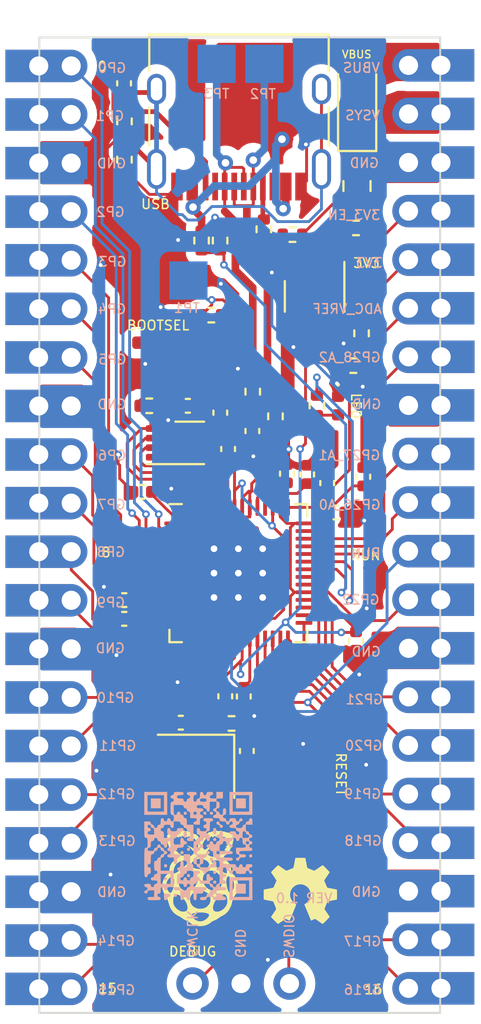
<source format=kicad_pcb>
(kicad_pcb (version 20221018) (generator pcbnew)
  (layers (0 "F.Cu" signal) (31 "B.Cu" signal) (34 "B.Paste" user) (35 "F.Paste" user) (36 "B.SilkS" user "B.Silkscreen") (37 "F.SilkS" user "F.Silkscreen") (38 "B.Mask" user) (39 "F.Mask" user) (44 "Edge.Cuts" user))
  (net 0 "")
  (net 1 "+1V1")
  (net 2 "+3V3")
  (net 3 "Net-(U1-ADC_AVDD)")
  (net 4 "Net-(C14-Pad1)")
  (net 5 "XIN")
  (net 6 "Net-(J4-SHIELD)")
  (net 7 "Net-(D1-A)")
  (net 8 "VSYS")
  (net 9 "VBUS")
  (net 10 "Net-(F1-Pad2)")
  (net 11 "Net-(U3-IN)")
  (net 12 "/GPIO0")
  (net 13 "/GPIO1")
  (net 14 "/GPIO2")
  (net 15 "/GPIO3")
  (net 16 "/GPIO4")
  (net 17 "/GPIO5")
  (net 18 "/GPIO6")
  (net 19 "/GPIO7")
  (net 20 "/GPIO8")
  (net 21 "/GPIO9")
  (net 22 "/GPIO10")
  (net 23 "/GPIO11")
  (net 24 "/GPIO12")
  (net 25 "/GPIO13")
  (net 26 "/GPIO14")
  (net 27 "/GPIO15")
  (net 28 "3V3_EN")
  (net 29 "/ADC_VREF")
  (net 30 "/GPIO28_ADC2")
  (net 31 "/GPIO27_ADC1")
  (net 32 "/GPIO26_ADC0")
  (net 33 "/RUN")
  (net 34 "/GPIO22")
  (net 35 "/GPIO21")
  (net 36 "/GPIO20")
  (net 37 "/GPIO19")
  (net 38 "/GPIO18")
  (net 39 "/GPIO17")
  (net 40 "/GPIO16")
  (net 41 "/SWCLK")
  (net 42 "/SWD")
  (net 43 "Net-(J4-CC2)")
  (net 44 "/USB_DP")
  (net 45 "/USB_DM")
  (net 46 "Net-(J4-CC1)")
  (net 47 "/GPIO23")
  (net 48 "Net-(U1-USB_DP)")
  (net 49 "Net-(U1-USB_DM)")
  (net 50 "/GPIO25")
  (net 51 "XOUT")
  (net 52 "/USB_BOOT")
  (net 53 "/QSPI_SS")
  (net 54 "/GPIO24")
  (net 55 "/GPIO29_ADC3")
  (net 56 "/QSPI_SD3")
  (net 57 "/QSPI_SCLK")
  (net 58 "/QSPI_SD0")
  (net 59 "/QSPI_SD2")
  (net 60 "/QSPI_SD1")
  (net 61 "GND")
  (footprint "Package_TO_SOT_SMD:SOT-23-5" (layer "F.Cu") (at 44.42 40.54 -90)
    (fp_text reference "U3" hide)
    (fp_text value "TLV75533PDBVR")
  )
  (footprint "LOGO" (layer "F.Cu") (at 43.67 71.62)
    (fp_text reference "G***" hide)
    (fp_text value "LOGO" hide)
  )
  (footprint "Capacitor_SMD:C_0402_1005Metric" (layer "F.Cu") (at 46.97 49.97 90)
    (fp_text reference "C10" hide)
    (fp_text value "0.1uF")
  )
  (footprint "Resistor_SMD:R_0402_1005Metric" (layer "F.Cu") (at 39.47 37.62 -90)
    (fp_text reference "R14" hide)
    (fp_text value "10k")
  )
  (footprint "Capacitor_SMD:C_0402_1005Metric" (layer "F.Cu") (at 41.16 47.58 90)
    (fp_text reference "C5" hide)
    (fp_text value "0.1uF")
  )
  (footprint "Resistor_SMD:R_0402_1005Metric" (layer "F.Cu") (at 46.45 44.16 180)
    (fp_text reference "R4" hide)
    (fp_text value "1")
  )
  (footprint "Button_Switch_SMD:SW_Push_SPST_NO_Alps_SKRK" (layer "F.Cu") (at 40.03 42.61 180)
    (fp_text reference "SW2" hide)
    (fp_text value "BOOT_SEL" hide)
  )
  (footprint "Resistor_SMD:R_0402_1005Metric" (layer "F.Cu") (at 43.26 37.31)
    (fp_text reference "FB1" hide)
    (fp_text value "FB")
  )
  (footprint "Resistor_SMD:R_0402_1005Metric" (layer "F.Cu") (at 46.59 36.96 180)
    (fp_text reference "R15" hide)
    (fp_text value "100k")
  )
  (footprint "Capacitor_SMD:C_0402_1005Metric" (layer "F.Cu") (at 45.08 50.3 90)
    (fp_text reference "C12" hide)
    (fp_text value "2.2uF")
  )
  (footprint "LOGO" (layer "F.Cu") (at 38.43 70.97)
    (fp_text reference "G***" hide)
    (fp_text value "LOGO" hide)
  )
  (footprint "Capacitor_SMD:C_0402_1005Metric" (layer "F.Cu") (at 35.39 50.76 180)
    (fp_text reference "C9" hide)
    (fp_text value "0.1uF")
  )
  (footprint "Connector_PinHeader_2.54mm:PinHeader_1x20_P2.54mm_Vertical" (layer "F.Cu") (at 31.61 28.89)
    (fp_text reference "J1" hide)
    (fp_text value "LEFT_PINS" hide)
  )
  (footprint "Resistor_SMD:R_0402_1005Metric" (layer "F.Cu") (at 41.18 45.52 90)
    (fp_text reference "R1" hide)
    (fp_text value "27")
  )
  (footprint "Capacitor_SMD:C_0402_1005Metric" (layer "F.Cu") (at 34.45 56.42 180)
    (fp_text reference "C13" hide)
    (fp_text value "10uF")
  )
  (footprint "RP2040_minimal:RP2040-QFN-56" (layer "F.Cu") (at 40.425 55.01)
    (fp_text reference "U1" hide)
    (fp_text value "RP2040")
  )
  (footprint "Capacitor_SMD:C_0402_1005Metric" (layer "F.Cu") (at 37.41 62.83)
    (fp_text reference "C15" hide)
    (fp_text value "22pF")
  )
  (footprint "Resistor_SMD:R_0402_1005Metric" (layer "F.Cu") (at 34.46 33.39 90)
    (fp_text reference "R10" hide)
    (fp_text value "10k")
  )
  (footprint "Capacitor_SMD:C_0402_1005Metric" (layer "F.Cu") (at 39.48 46.62 90)
    (fp_text reference "C19" hide)
    (fp_text value "10uF")
  )
  (footprint "Capacitor_SMD:C_0402_1005Metric" (layer "F.Cu") (at 40.87 64.31 -90)
    (fp_text reference "C14" hide)
    (fp_text value "22pF")
  )
  (footprint "Resistor_SMD:R_0402_1005Metric" (layer "F.Cu") (at 40.07 62.87 180)
    (fp_text reference "R7" hide)
    (fp_text value "1k")
  )
  (footprint "Capacitor_SMD:C_0402_1005Metric" (layer "F.Cu") (at 44.03 49.85 90)
    (fp_text reference "C11" hide)
    (fp_text value "2.2uF")
  )
  (footprint "Package_SON:SON-8-1EP_3x2mm_P0.5mm_EP1.4x1.6mm" (layer "F.Cu") (at 37.13 48.2)
    (fp_text reference "U2" hide)
    (fp_text value "W25Q16JVUXIQ")
  )
  (footprint "Resistor_SMD:R_0402_1005Metric" (layer "F.Cu") (at 46.88 42.47 -90)
    (fp_text reference "R3" hide)
    (fp_text value "200")
  )
  (footprint "Resistor_SMD:R_0402_1005Metric" (layer "F.Cu") (at 35.76 46.26)
    (fp_text reference "R9" hide)
    (fp_text value "10k")
  )
  (footprint "Capacitor_SMD:C_0402_1005Metric" (layer "F.Cu") (at 42.97 49.81 90)
    (fp_text reference "C3" hide)
    (fp_text value "1uF")
  )
  (footprint "Crystal:Crystal_SMD_3225-4Pin_3.2x2.5mm" (layer "F.Cu") (at 38.21 65.11 180)
    (fp_text reference "Y1" hide)
    (fp_text value "12MHz")
  )
  (footprint "Resistor_SMD:R_0402_1005Metric" (layer "F.Cu") (at 39.01 41.52)
    (fp_text reference "R8" hide)
    (fp_text value "1k")
  )
  (footprint "LED_SMD:LED_0402_1005Metric" (layer "F.Cu") (at 45.65 46.25 -90)
    (fp_text reference "D1" hide)
    (fp_text value "LED")
  )
  (footprint "HRO-TYPE-C31-M-12:HRO-TYPE-C-31-M-12" (layer "F.Cu") (at 40.51 27.04 180)
    (fp_text reference "J4" hide)
    (fp_text value "USB_C_Receptacle_USB2.0")
  )
  (footprint "Capacitor_SMD:C_0402_1005Metric" (layer "F.Cu") (at 46.59 58.56 -90)
    (fp_text reference "C7" hide)
    (fp_text value "0.1uF")
  )
  (footprint "Resistor_SMD:R_0402_1005Metric" (layer "F.Cu") (at 44.54 46.24 -90)
    (fp_text reference "R5" hide)
    (fp_text value "470")
  )
  (footprint "Capacitor_SMD:C_0402_1005Metric" (layer "F.Cu") (at 34.45 57.4 180)
    (fp_text reference "C8" hide)
    (fp_text value "0.1uF")
  )
  (footprint "Resistor_SMD:R_0402_1005Metric" (layer "F.Cu") (at 34.46 31.39 -90)
    (fp_text reference "R12" hide)
    (fp_text value "5.1k")
  )
  (footprint "Diode_SMD:D_SOD-123" (layer "F.Cu") (at 46.65 30.5775 90)
    (fp_text reference "D3" hide)
    (fp_text value "1N4002W")
  )
  (footprint "Capacitor_SMD:C_0402_1005Metric" (layer "F.Cu") (at 39.74 61.45 -90)
    (fp_text reference "C6" hide)
    (fp_text value "0.1uF")
  )
  (footprint "Capacitor_SMD:C_0402_1005Metric" (layer "F.Cu") (at 39.89 48.52 90)
    (fp_text reference "C1" hide)
    (fp_text value "0.1uF")
  )
  (footprint "Resistor_SMD:R_0402_1005Metric" (layer "F.Cu") (at 41.76 37.03 -90)
    (fp_text reference "R11" hide)
    (fp_text value "5.1k")
  )
  (footprint "Capacitor_SMD:C_0402_1005Metric" (layer "F.Cu") (at 45.52 51.84)
    (fp_text reference "C4" hide)
    (fp_text value "0.1uF")
  )
  (footprint "Capacitor_SMD:C_0402_1005Metric" (layer "F.Cu") (at 40.71 61.46 -90)
    (fp_text reference "C2" hide)
    (fp_text value "0.1uF")
  )
  (footprint "Connector_PinHeader_2.54mm:PinHeader_1x20_P2.54mm_Vertical" (layer "F.Cu") (at 49.3 28.64)
    (fp_text reference "J2" hide)
    (fp_text value "RIGHT_PINS" hide)
  )
  (footprint "Resistor_SMD:R_0402_1005Metric" (layer "F.Cu") (at 42.37 46.81 90)
    (fp_text reference "R2" hide)
    (fp_text value "27")
  )
  (footprint "Capacitor_SMD:C_0402_1005Metric" (layer "F.Cu") (at 34.44 29.4 90)
    (fp_text reference "C17" hide)
    (fp_text value "0.1uF")
  )
  (footprint "Connector_PinHeader_2.54mm:PinHeader_1x03_P2.54mm_Vertical" (layer "F.Cu") (at 38.205 76.47 90)
    (fp_text reference "J3" hide)
    (fp_text value "BOTTOM_PINS" hide)
  )
  (footprint "Button_Switch_SMD:SW_Push_SPST_NO_Alps_SKRK" (layer "F.Cu") (at 45.2825 68.0825 90)
    (fp_text reference "SW1" hide)
    (fp_text value "RESET")
  )
  (footprint "Capacitor_SMD:C_0402_1005Metric" (layer "F.Cu") (at 37.78 46.26 180)
    (fp_text reference "C16" hide)
    (fp_text value "0.1uF")
  )
  (footprint "Fuse:Fuse_0805_2012Metric" (layer "F.Cu") (at 46.64 34.77 -90)
    (fp_text reference "F1" hide)
    (fp_text value "0805L050WR")
  )
  (footprint "Resistor_SMD:R_0402_1005Metric" (layer "F.Cu") (at 38.5 37.62 90)
    (fp_text reference "R13" hide)
    (fp_text value "5.6k")
  )
  (footprint "libraries:CustomTestPoint" (layer "B.Cu") (at 37.81 39.71 180)
    (fp_text reference "TP3")
    (fp_text value "TestPoint" hide)
  )
  (footprint "libraries:CustomTestPoint" (layer "B.Cu") (at 41.79 28.38 180)
    (fp_text reference "TP2")
    (fp_text value "TestPoint" hide)
  )
  (footprint "libraries:CustomTestPoint" (layer "B.Cu") (at 39.29 28.38 180)
    (fp_text reference "TP1")
    (fp_text value "TestPoint" hide)
  )
  (footprint "LOGO" (layer "B.Cu") (at 38.33 69.28 180)
    (fp_text reference "G***" hide)
    (fp_text value "LOGO" hide)
  )
  (gr_line (start 30 27) (end 51 27) (stroke (width 0.1)) (layer "Edge.Cuts"))
  (gr_line (start 51 78) (end 51 27) (stroke (width 0.1)) (layer "Edge.Cuts"))
  (gr_line (start 30 78) (end 51 78) (stroke (width 0.1)) (layer "Edge.Cuts"))
  (gr_line (start 30 27) (end 30 78) (stroke (width 0.1)) (layer "Edge.Cuts"))
  (gr_text "GP0" (at 34.6 28.89) (layer "B.SilkS") (effects (font (size 0.5 0.5) (thickness 0.08)) (justify left bottom mirror)))
  (gr_text "3V3" (at 48.02 39.08) (layer "B.SilkS") (effects (font (size 0.5 0.5) (thickness 0.08)) (justify left bottom mirror)))
  (gr_text "GP5" (at 34.62 44.13) (layer "B.SilkS") (effects (font (size 0.5 0.5) (thickness 0.08)) (justify left bottom mirror)))
  (gr_text "GP11" (at 35.13 64.33) (layer "B.SilkS") (effects (font (size 0.5 0.5) (thickness 0.08)) (justify left bottom mirror)))
  (gr_text "GP3" (at 34.62 39.02) (layer "B.SilkS") (effects (font (size 0.5 0.5) (thickness 0.08)) (justify left bottom mirror)))
  (gr_text "SWDIO" (at 42.76 75.18 270) (layer "B.SilkS") (effects (font (size 0.5 0.5) (thickness 0.08)) (justify left bottom mirror)))
  (gr_text "GP4" (at 34.6 41.5) (layer "B.SilkS") (effects (font (size 0.5 0.5) (thickness 0.08)) (justify left bottom mirror)))
  (gr_text "GP9" (at 34.54 56.84) (layer "B.SilkS") (effects (font (size 0.5 0.5) (thickness 0.08)) (justify left bottom mirror)))
  (gr_text "GP16" (at 47.96 77.09) (layer "B.SilkS") (effects (font (size 0.5 0.5) (thickness 0.08)) (justify left bottom mirror)))
  (gr_text "GP26_A0" (at 47.93 51.73) (layer "B.SilkS") (effects (font (size 0.5 0.5) (thickness 0.08)) (justify left bottom mirror)))
  (gr_text "GP13" (at 35.1 69.31) (layer "B.SilkS") (effects (font (size 0.5 0.5) (thickness 0.08)) (justify left bottom mirror)))
  (gr_text "GP20" (at 48.02 64.32) (layer "B.SilkS") (effects (font (size 0.5 0.5) (thickness 0.08)) (justify left bottom mirror)))
  (gr_text "GP6" (at 34.6 49.15) (layer "B.SilkS") (effects (font (size 0.5 0.5) (thickness 0.08)) (justify left bottom mirror)))
  (gr_text "GP14" (at 35.06 74.53) (layer "B.SilkS") (effects (font (size 0.5 0.5) (thickness 0.08)) (justify left bottom mirror)))
  (gr_text "GP8" (at 34.54 54.2) (layer "B.SilkS") (effects (font (size 0.5 0.5) (thickness 0.08)) (justify left bottom mirror)))
  (gr_text "3V3_EN" (at 47.91 36.58) (layer "B.SilkS") (effects (font (size 0.5 0.5) (thickness 0.08)) (justify left bottom mirror)))
  (gr_text "SWCLK" (at 37.7 75.14 270) (layer "B.SilkS") (effects (font (size 0.5 0.5) (thickness 0.08)) (justify left bottom mirror)))
  (gr_text "GP21" (at 48.05 61.91) (layer "B.SilkS") (effects (font (size 0.5 0.5) (thickness 0.08)) (justify left bottom mirror)))
  (gr_text "GP15" (at 35.07 77.1) (layer "B.SilkS") (effects (font (size 0.5 0.5) (thickness 0.08)) (justify left bottom mirror)))
  (gr_text "VBUS" (at 47.89 28.88) (layer "B.SilkS") (effects (font (size 0.5 0.5) (thickness 0.08)) (justify left bottom mirror)))
  (gr_text "GP12" (at 35.07 66.86) (layer "B.SilkS") (effects (font (size 0.5 0.5) (thickness 0.08)) (justify left bottom mirror)))
  (gr_text "GP7" (at 34.57 51.72) (layer "B.SilkS") (effects (font (size 0.5 0.5) (thickness 0.08)) (justify left bottom mirror)))
  (gr_text "VER 1.0" (at 45.4 72.3) (layer "B.SilkS") (effects (font (size 0.5 0.5) (thickness 0.08)) (justify left bottom mirror)))
  (gr_text "GP1" (at 34.49 31.4) (layer "B.SilkS") (effects (font (size 0.5 0.5) (thickness 0.08)) (justify left bottom mirror)))
  (gr_text "GP18" (at 47.99 69.3) (layer "B.SilkS") (effects (font (size 0.5 0.5) (thickness 0.08)) (justify left bottom mirror)))
  (gr_text "TP2" (at 42.44 30.25) (layer "B.SilkS") (effects (font (size 0.5 0.5) (thickness 0.08)) (justify left bottom mirror)))
  (gr_text "GP27_A1" (at 47.91 49.14) (layer "B.SilkS") (effects (font (size 0.5 0.5) (thickness 0.08)) (justify left bottom mirror)))
  (gr_text "GND" (at 34.6 33.88) (layer "B.SilkS") (effects (font (size 0.5 0.5) (thickness 0.08)) (justify left bottom mirror)))
  (gr_text "GP10" (at 35.02 61.82) (layer "B.SilkS") (effects (font (size 0.5 0.5) (thickness 0.08)) (justify left bottom mirror)))
  (gr_text "ADC_VREF" (at 47.99 41.49) (layer "B.SilkS") (effects (font (size 0.5 0.5) (thickness 0.08)) (justify left bottom mirror)))
  (gr_text "GP22" (at 47.87 56.69) (layer "B.SilkS") (effects (font (size 0.5 0.5) (thickness 0.08)) (justify left bottom mirror)))
  (gr_text "GND" (at 47.94 59.41) (layer "B.SilkS") (effects (font (size 0.5 0.5) (thickness 0.08)) (justify left bottom mirror)))
  (gr_text "GND" (at 34.62 46.48) (layer "B.SilkS") (effects (font (size 0.5 0.5) (thickness 0.08)) (justify left bottom mirror)))
  (gr_text "GND" (at 47.94 71.97) (layer "B.SilkS") (effects (font (size 0.5 0.5) (thickness 0.08)) (justify left bottom mirror)))
  (gr_text "GND" (at 34.53 59.23) (layer "B.SilkS") (effects (font (size 0.5 0.5) (thickness 0.08)) (justify left bottom mirror)))
  (gr_text "GND" (at 34.61 71.98) (layer "B.SilkS") (effects (font (size 0.5 0.5) (thickness 0.08)) (justify left bottom mirror)))
  (gr_text "RUN" (at 47.93 54.26) (layer "B.SilkS") (effects (font (size 0.5 0.5) (thickness 0.08)) (justify left bottom mirror)))
  (gr_text "GND" (at 40.22 75.18 270) (layer "B.SilkS") (effects (font (size 0.5 0.5) (thickness 0.08)) (justify left bottom mirror)))
  (gr_text "GND" (at 47.96 46.47) (layer "B.SilkS") (effects (font (size 0.5 0.5) (thickness 0.08)) (justify left bottom mirror)))
  (gr_text "GP28_A2" (at 47.93 44.02) (layer "B.SilkS") (effects (font (size 0.5 0.5) (thickness 0.08)) (justify left bottom mirror)))
  (gr_text "TP1" (at 38.46 41.44) (layer "B.SilkS") (effects (font (size 0.5 0.5) (thickness 0.08)) (justify left bottom mirror)))
  (gr_text "GP19" (at 47.96 66.85) (layer "B.SilkS") (effects (font (size 0.5 0.5) (thickness 0.08)) (justify left bottom mirror)))
  (gr_text "GND" (at 47.84 33.86) (layer "B.SilkS") (effects (font (size 0.5 0.5) (thickness 0.08)) (justify left bottom mirror)))
  (gr_text "TP3" (at 40.01 30.24) (layer "B.SilkS") (effects (font (size 0.5 0.5) (thickness 0.08)) (justify left bottom mirror)))
  (gr_text "VSYS" (at 47.89 31.37) (layer "B.SilkS") (effects (font (size 0.5 0.5) (thickness 0.08)) (justify left bottom mirror)))
  (gr_text "GP2" (at 34.52 36.42) (layer "B.SilkS") (effects (font (size 0.5 0.5) (thickness 0.08)) (justify left bottom mirror)))
  (gr_text "GP17" (at 47.96 74.56) (layer "B.SilkS") (effects (font (size 0.5 0.5) (thickness 0.08)) (justify left bottom mirror)))
  (gr_text "RUN" (at 46.27 54.37) (layer "F.SilkS") (effects (font (size 0.5 0.5) (thickness 0.08)) (justify left bottom)))
  (gr_text "16" (at 46.97 77.07) (layer "F.SilkS") (effects (font (size 0.5 0.5) (thickness 0.08)) (justify left bottom)))
  (gr_text "15" (at 33.05 77.02) (layer "F.SilkS") (effects (font (size 0.5 0.5) (thickness 0.08)) (justify left bottom)))
  (gr_text "RESET" (at 45.51 64.35 270) (layer "F.SilkS") (effects (font (size 0.5 0.5) (thickness 0.08)) (justify left bottom)))
  (gr_text "8" (at 33.2 54.22) (layer "F.SilkS") (effects (font (size 0.5 0.5) (thickness 0.08)) (justify left bottom)))
  (gr_text "VBUS" (at 45.81 28.12) (layer "F.SilkS") (effects (font (size 0.4 0.4) (thickness 0.07) bold) (justify left bottom)))
  (gr_text "DEBUG" (at 36.74 75.09) (layer "F.SilkS") (effects (font (size 0.5 0.5) (thickness 0.08)) (justify left bottom)))
  (gr_text "LED" (at 46.3 45.54 -90) (layer "F.SilkS") (effects (font (size 0.5 0.5) (thickness 0.08)) (justify left bottom)))
  (gr_text "3V3" (at 46.4 39.09) (layer "F.SilkS") (effects (font (size 0.5 0.5) (thickness 0.08)) (justify left bottom)))
  (gr_text "0" (at 33 28.81) (layer "F.SilkS") (effects (font (size 0.5 0.5) (thickness 0.08)) (justify left bottom)))
  (gr_text "USB" (at 35.28 36.01) (layer "F.SilkS") (effects (font (size 0.5 0.5) (thickness 0.08)) (justify left bottom)))
  (gr_text "BOOTSEL" (at 34.54 42.35) (layer "F.SilkS") (effects (font (size 0.5 0.5) (thickness 0.08)) (justify left bottom)))
  (segment (start 42.225 51.5725) (end 42.225 52.495) (width 0.15) (layer "F.Cu") (net 1))
  (segment (start 42.19 52.53) (end 42.225 52.515) (width 0.15) (layer "F.Cu") (net 1))
  (segment (start 42.225 50.715) (end 42.68 50.26) (width 0.15) (layer "F.Cu") (net 1))
  (segment (start 42.225 52.495) (end 42.19 52.53) (width 0.15) (layer "F.Cu") (net 1))
  (segment (start 40.02 49.09) (end 40.225 49.295) (width 0.15) (layer "F.Cu") (net 1))
  (segment (start 41.025 60.665) (end 40.71 60.98) (width 0.15) (layer "F.Cu") (net 1))
  (segment (start 42.8 53.14) (end 42.19 52.53) (width 0.15) (layer "F.Cu") (net 1))
  (segment (start 41.025 58.4475) (end 41.025 60.665) (width 0.15) (layer "F.Cu") (net 1))
  (segment (start 42.8 56.92) (end 42.8 53.14) (width 0.15) (layer "F.Cu") (net 1))
  (segment (start 40.225 49.295) (end 40.225 51.5725) (width 0.15) (layer "F.Cu") (net 1))
  (segment (start 42.225 51.5725) (end 42.225 50.715) (width 0.15) (layer "F.Cu") (net 1))
  (segment (start 41.594484 57.37951) (end 42.34049 57.37951) (width 0.15) (layer "F.Cu") (net 1))
  (segment (start 40.225 50.705) (end 40.62 50.31) (width 0.15) (layer "F.Cu") (net 1))
  (segment (start 41.025 58.4475) (end 41.025 57.948994) (width 0.15) (layer "F.Cu") (net 1))
  (segment (start 40.225 51.5725) (end 40.225 50.705) (width 0.15) (layer "F.Cu") (net 1))
  (segment (start 41.025 57.948994) (end 41.594484 57.37951) (width 0.15) (layer "F.Cu") (net 1))
  (segment (start 42.34049 57.37951) (end 42.8 56.92) (width 0.15) (layer "F.Cu") (net 1))
  (via (at 42.19 52.53) (size 0.4) (drill 0.2) (layers "F.Cu" "B.Cu") (net 1))
  (via (at 40.62 50.31) (size 0.4) (drill 0.2) (layers "F.Cu" "B.Cu") (net 1))
  (segment (start 40.62 51.019894) (end 42.187172 52.587066) (width 0.15) (layer "B.Cu") (net 1))
  (segment (start 40.62 50.31) (end 40.62 51.019894) (width 0.15) (layer "B.Cu") (net 1))
  (segment (start 43.363994 52.41) (end 43.8625 52.41) (width 0.15) (layer "F.Cu") (net 2))
  (segment (start 41.125 50.330078) (end 41.382539 50.072539) (width 0.15) (layer "F.Cu") (net 2))
  (segment (start 36.204071 56.01) (end 34.93 57.284072) (width 0.15) (layer "F.Cu") (net 2))
  (segment (start 43.515 50.845) (end 44.03 50.33) (width 0.15) (layer "F.Cu") (net 2))
  (segment (start 34.93 57.4) (end 34.93 56.42) (width 0.15) (layer "F.Cu") (net 2))
  (segment (start 37.536006 56.01) (end 36.9875 56.01) (width 0.15) (layer "F.Cu") (net 2))
  (segment (start 43.15 52.623994) (end 43.363994 52.41) (width 0.15) (layer "F.Cu") (net 2))
  (segment (start 42.853994 50.845) (end 43.515 50.845) (width 0.15) (layer "F.Cu") (net 2))
  (segment (start 42.625 52.071006) (end 42.625 51.5725) (width 0.15) (layer "F.Cu") (net 2))
  (segment (start 35.84 50.84) (end 35.84 50.78) (width 0.15) (layer "F.Cu") (net 2))
  (segment (start 39.74 60.409948) (end 40.625 59.524948) (width 0.15) (layer "F.Cu") (net 2))
  (segment (start 38.7675 47.1) (end 38.4175 47.45) (width 0.15) (layer "F.Cu") (net 2))
  (segment (start 41.685 48.275) (end 41.685 49.770078) (width 0.15) (layer "F.Cu") (net 2))
  (segment (start 46.5975 41.6775) (end 46.88 41.96) (width 0.15) (layer "F.Cu") (net 2))
  (segment (start 41.125 50.73) (end 41.025 50.83) (width 0.15) (layer "F.Cu") (net 2))
  (segment (start 40.625 59.524948) (end 40.542994 59.606954) (width 0.15) (layer "F.Cu") (net 2))
  (segment (start 42.9 57.58) (end 43.15 57.33) (width 0.15) (layer "F.Cu") (net 2))
  (segment (start 39.74 60.97) (end 39.74 60.409948) (width 0.15) (layer "F.Cu") (net 2))
  (segment (start 37.7 52.623994) (end 37.7 55.846006) (width 0.15) (layer "F.Cu") (net 2))
  (segment (start 45.37 41.6775) (end 46.5975 41.6775) (width 0.15) (layer "F.Cu") (net 2))
  (segment (start 39.48 47.1) (end 39.955 47.575) (width 0.15) (layer "F.Cu") (net 2))
  (segment (start 40.286006 52.41) (end 40.625 52.071006) (width 0.15) (layer "F.Cu") (net 2))
  (segment (start 36.9875 56.01) (end 36.204071 56.01) (width 0.15) (layer "F.Cu") (net 2))
  (segment (start 40.542994 59.606954) (end 40.542994 60.300501) (width 0.15) (layer "F.Cu") (net 2))
  (segment (start 40.375 47.575) (end 40.86 48.06) (width 0.15) (layer "F.Cu") (net 2))
  (segment (start 43.945 48.235) (end 43.66 48.52) (width 0.15) (layer "F.Cu") (net 2))
  (segment (start 37.486006 52.41) (end 37.7 52.623994) (width 0.15) (layer "F.Cu") (net 2))
  (segment (start 36.9875 52.41) (end 40.286006 52.41) (width 0.15) (layer "F.Cu") (net 2))
  (segment (start 37.905 57.735) (end 40.411006 57.735) (width 0.15) (layer "F.Cu") (net 2))
  (segment (start 37.3 46.26) (end 37.3 46.3325) (width 0.15) (layer "F.Cu") (net 2))
  (segment (start 37.7 57.53) (end 37.905 57.735) (width 0.15) (layer "F.Cu") (net 2))
  (segment (start 46.97 50.45) (end 46.43 50.45) (width 0.15) (layer "F.Cu") (net 2))
  (segment (start 36.9875 52.41) (end 36.9875 51.9775) (width 0.15) (layer "F.Cu") (net 2))
  (segment (start 42.963994 52.41) (end 43.363994 52.41) (width 0.15) (layer "F.Cu") (net 2))
  (segment (start 46.88 41.96) (end 46.88 41.08) (width 0.15) (layer "F.Cu") (net 2))
  (segment (start 39.48 47.1) (end 38.7675 47.1) (width 0.15) (layer "F.Cu") (net 2))
  (segment (start 40.625 57.948994) (end 40.625 58.4475) (width 0.15) (layer "F.Cu") (net 2))
  (segment (start 45.37 41.6775) (end 43.945 43.1025) (width 0.15) (layer "F.Cu") (net 2))
  (segment (start 42.625 51.5725) (end 42.625 51.073994) (width 0.15) (layer "F.Cu") (net 2))
  (segment (start 41.025 51.5725) (end 41.025 52.071006) (width 0.15) (layer "F.Cu") (net 2))
  (segment (start 46.43 50.45) (end 45.04 51.84) (width 0.15) (layer "F.Cu") (net 2))
  (segment (start 43.15 57.33) (end 43.15 56.223994) (width 0.15) (layer "F.Cu") (net 2))
  (segment (start 41.382539 50.072539) (end 41.395 50.060078) (width 0.15) (layer "F.Cu") (net 2))
  (segment (start 40.968994 50.73) (end 41.125 50.73) (width 0.15) (layer "F.Cu") (net 2))
  (segment (start 40.625 59.524948) (end 40.625 58.4475) (width 0.15) (layer "F.Cu") (net 2))
  (segment (start 43.15 56.223994) (end 43.363994 56.01) (width 0.15) (layer "F.Cu") (net 2))
  (segment (start 46.56 58.11) (end 46.59 58.08) (width 0.15) (layer "F.Cu") (net 2))
  (segment (start 37.7 55.846006) (end 37.7 57.53) (width 0.15) (layer "F.Cu") (net 2))
  (segment (start 46.59 57.954071) (end 44.645929 56.01) (width 0.15) (layer "F.Cu") (net 2))
  (segment (start 43.15 55.796006) (end 43.15 52.623994) (width 0.15) (layer "F.Cu") (net 2))
  (segment (start 45.82 58.11) (end 46.56 58.11) (width 0.15) (layer "F.Cu") (net 2))
  (segment (start 37.7 55.846006) (end 37.536006 56.01) (width 0.15) (layer "F.Cu") (net 2))
  (segment (start 45.04 51.84) (end 44.47 52.41) (width 0.15) (layer "F.Cu") (net 2))
  (segment (start 36.76 51.76) (end 35.84 50.84) (width 0.15) (layer "F.Cu") (net 2))
  (segment (start 40.625 52.071006) (end 40.625 51.5725) (width 0.15) (layer "F.Cu") (net 2))
  (segment (start 46.59 58.08) (end 46.59 57.954071) (width 0.15) (layer "F.Cu") (net 2))
  (segment (start 40.86 48.06) (end 41.16 48.06) (width 0.15) (layer "F.Cu") (net 2))
  (segment (start 36.9775 52.4) (end 36.9875 52.41) (width 0.15) (layer "F.Cu") (net 2))
  (segment (start 41.16 48.06) (end 41.47 48.06) (width 0.15) (layer "F.Cu") (net 2))
  (segment (start 46.88 41.08) (end 49.34 38.62) (width 0.15) (layer "F.Cu") (net 2))
  (segment (start 40.411006 57.735) (end 40.625 57.948994) (width 0.15) (layer "F.Cu") (net 2))
  (segment (start 43.363994 56.01) (end 43.8625 56.01) (width 0.15) (layer "F.Cu") (net 2))
  (segment (start 34.93 57.284072) (end 34.93 57.4) (width 0.15) (layer "F.Cu") (net 2))
  (segment (start 43.945 43.1025) (end 43.945 48.235) (width 0.15) (layer "F.Cu") (net 2))
  (segment (start 42.625 51.073994) (end 42.853994 50.845) (width 0.15) (layer "F.Cu") (net 2))
  (segment (start 40.625 52.071006) (end 41.025 52.071006) (width 0.15) (layer "F.Cu") (net 2))
  (segment (start 40.625 51.5725) (end 40.625 51.073994) (width 0.15) (layer "F.Cu") (net 2))
  (segment (start 36.27 46.26) (end 37.3 46.26) (width 0.15) (layer "F.Cu") (net 2))
  (segment (start 36.9875 52.41) (end 37.486006 52.41) (width 0.15) (layer "F.Cu") (net 2))
  (segment (start 39.955 47.575) (end 40.375 47.575) (width 0.15) (layer "F.Cu") (net 2))
  (segment (start 41.025 50.83) (end 41.025 51.5725) (width 0.15) (layer "F.Cu") (net 2))
  (segment (start 44.47 52.41) (end 43.8625 52.41) (width 0.15) (layer "F.Cu") (net 2))
  (segment (start 42.625 52.071006) (end 42.963994 52.41) (width 0.15) (layer "F.Cu") (net 2))
  (segment (start 37.3 46.3325) (end 38.4175 47.45) (width 0.15) (layer "F.Cu") (net 2))
  (segment (start 40.625 51.073994) (end 40.968994 50.73) (width 0.15) (layer "F.Cu") (net 2))
  (segment (start 41.47 48.06) (end 41.685 48.275) (width 0.15) (layer "F.Cu") (net 2))
  (segment (start 36.9875 51.9775) (end 36.77 51.76) (width 0.15) (layer "F.Cu") (net 2))
  (segment (start 41.125 50.73) (end 41.125 50.330078) (width 0.15) (layer "F.Cu") (net 2))
  (segment (start 44.645929 56.01) (end 43.8625 56.01) (width 0.15) (layer "F.Cu") (net 2))
  (segment (start 43.363994 56.01) (end 43.15 55.796006) (width 0.15) (layer "F.Cu") (net 2))
  (segment (start 36.77 51.76) (end 36.76 51.76) (width 0.15) (layer "F.Cu") (net 2))
  (segment (start 41.685 49.770078) (end 41.382539 50.072539) (width 0.15) (layer "F.Cu") (net 2))
  (via (at 40.542994 60.300501) (size 0.4) (drill 0.2) (layers "F.Cu" "B.Cu") (net 2))
  (via (at 42.9 57.58) (size 0.4) (drill 0.2) (layers "F.Cu" "B.Cu") (net 2))
  (via (at 43.66 48.52) (size 0.4) (drill 0.2) (layers "F.Cu" "B.Cu") (net 2))
  (via (at 45.82 58.11) (size 0.4) (drill 0.2) (layers "F.Cu" "B.Cu") (net 2))
  (segment (start 43.66 48.52) (end 43.66 56.82) (width 0.15) (layer "B.Cu") (net 2))
  (segment (start 40.542994 59.937006) (end 42.9 57.58) (width 0.15) (layer "B.Cu") (net 2))
  (segment (start 40.542994 60.300501) (end 40.542994 59.937006) (width 0.15) (layer "B.Cu") (net 2))
  (segment (start 45.48 58.11) (end 45.82 58.11) (width 0.15) (layer "B.Cu") (net 2))
  (segment (start 42.9 57.58) (end 43.43 58.11) (width 0.15) (layer "B.Cu") (net 2))
  (segment (start 43.43 58.11) (end 45.82 58.11) (width 0.15) (layer "B.Cu") (net 2))
  (segment (start 43.66 56.82) (end 42.9 57.58) (width 0.15) (layer "B.Cu") (net 2))
  (segment (start 46.245 49.615) (end 45.08 50.78) (width 0.15) (layer "F.Cu") (net 3))
  (segment (start 45.94 44.16) (end 46.245 44.465) (width 0.15) (layer "F.Cu") (net 3))
  (segment (start 44.2875 51.5725) (end 45.08 50.78) (width 0.15) (layer "F.Cu") (net 3))
  (segment (start 43.025 51.5725) (end 44.2875 51.5725) (width 0.15) (layer "F.Cu") (net 3))
  (segment (start 46.245 44.465) (end 46.245 49.615) (width 0.15) (layer "F.Cu") (net 3))
  (segment (start 40.58 62.87) (end 40.58 63.54) (width 0.15) (layer "F.Cu") (net 4))
  (segment (start 40.44 64.26) (end 40.87 63.83) (width 0.15) (layer "F.Cu") (net 4))
  (segment (start 40.58 63.54) (end 40.87 63.83) (width 0.15) (layer "F.Cu") (net 4))
  (segment (start 39.31 64.26) (end 40.44 64.26) (width 0.15) (layer "F.Cu") (net 4))
  (segment (start 38.085 63.025) (end 37.89 62.83) (width 0.15) (layer "F.Cu") (net 5))
  (segment (start 39.825 59.335) (end 39.825 58.4475) (width 0.15) (layer "F.Cu") (net 5))
  (segment (start 38.085 64.985) (end 38.085 63.025) (width 0.15) (layer "F.Cu") (net 5))
  (segment (start 37.89 61.27) (end 39.825 59.335) (width 0.15) (layer "F.Cu") (net 5))
  (segment (start 37.11 65.96) (end 38.085 64.985) (width 0.15) (layer "F.Cu") (net 5))
  (segment (start 37.89 62.83) (end 37.89 61.27) (width 0.15) (layer "F.Cu") (net 5))
  (segment (start 34.44 29.88) (end 35.96 29.88) (width 0.25) (layer "F.Cu") (net 6))
  (segment (start 35.14 32.88) (end 36.14 33.88) (width 0.25) (layer "F.Cu") (net 6))
  (segment (start 35.96 29.88) (end 36.14 29.7) (width 0.25) (layer "F.Cu") (net 6))
  (segment (start 34.46 32.88) (end 35.14 32.88) (width 0.25) (layer "F.Cu") (net 6))
  (segment (start 44.78 29.7) (end 44.78 33.88) (width 0.15) (layer "F.Cu") (net 6))
  (segment (start 41.69 35.84) (end 39.038901 35.84) (width 0.15) (layer "B.Cu") (net 6))
  (segment (start 39.038901 35.84) (end 38.331327 36.547574) (width 0.15) (layer "B.Cu") (net 6))
  (segment (start 37.29 36.26) (end 36.14 35.11) (width 0.15) (layer "B.Cu") (net 6))
  (segment (start 36.14 29.7) (end 36.14 33.88) (width 0.25) (layer "B.Cu") (net 6))
  (segment (start 37.484563 36.26) (end 37.29 36.26) (width 0.15) (layer "B.Cu") (net 6))
  (segment (start 42.479373 36.629373) (end 41.69 35.84) (width 0.15) (layer "B.Cu") (net 6))
  (segment (start 37.772137 36.547574) (end 37.484563 36.26) (width 0.15) (layer "B.Cu") (net 6))
  (segment (start 44.120627 36.629373) (end 42.479373 36.629373) (width 0.15) (layer "B.Cu") (net 6))
  (segment (start 44.78 35.97) (end 44.120627 36.629373) (width 0.15) (layer "B.Cu") (net 6))
  (segment (start 44.78 33.88) (end 44.78 35.97) (width 0.15) (layer "B.Cu") (net 6))
  (segment (start 38.331327 36.547574) (end 37.772137 36.547574) (width 0.15) (layer "B.Cu") (net 6))
  (segment (start 36.14 35.11) (end 36.14 33.88) (width 0.15) (layer "B.Cu") (net 6))
  (segment (start 44.54 46.75) (end 45.635 46.75) (width 0.15) (layer "F.Cu") (net 7))
  (segment (start 45.635 46.75) (end 45.65 46.735) (width 0.15) (layer "F.Cu") (net 7))
  (segment (start 47.615 36.445) (end 47.615 34.8075) (width 0.15) (layer "F.Cu") (net 8))
  (segment (start 47.615 34.8075) (end 46.64 33.8325) (width 0.15) (layer "F.Cu") (net 8))
  (segment (start 47.1 36.96) (end 47.615 36.445) (width 0.15) (layer "F.Cu") (net 8))
  (segment (start 42.91 35.817557) (end 42.773184 35.954373) (width 0.4) (layer "F.Cu") (net 9))
  (segment (start 38.051732 35.961732) (end 38.051732 35.872574) (width 0.4) (layer "F.Cu") (net 9))
  (segment (start 38.5 36.41) (end 38.5 37.11) (width 0.4) (layer "F.Cu") (net 9))
  (segment (start 38.01 34.795) (end 38.01 35.92) (width 0.4) (layer "F.Cu") (net 9))
  (segment (start 42.91 34.795) (end 42.91 35.817557) (width 0.4) (layer "F.Cu") (net 9))
  (segment (start 38.5 36.41) (end 38.051732 35.961732) (width 0.4) (layer "F.Cu") (net 9))
  (segment (start 38.01 35.92) (end 38.5 36.41) (width 0.4) (layer "F.Cu") (net 9))
  (via (at 38.051732 35.872574) (size 0.8) (drill 0.4) (layers "F.Cu" "B.Cu") (net 9))
  (via (at 42.71 32.32) (size 0.8) (drill 0.4) (layers "F.Cu" "B.Cu") (net 9))
  (via (at 42.773184 35.954373) (size 0.8) (drill 0.4) (layers "F.Cu" "B.Cu") (net 9))
  (segment (start 42.773184 35.954373) (end 42.39 35.571189) (width 0.4) (layer "B.Cu") (net 9))
  (segment (start 39.154306 34.77) (end 40.980418 34.77) (width 0.4) (layer "B.Cu") (net 9))
  (segment (start 38.051732 35.872574) (end 39.154306 34.77) (width 0.4) (layer "B.Cu") (net 9))
  (segment (start 42.71 32.32) (end 42.39 32.64) (width 0.4) (layer "B.Cu") (net 9))
  (segment (start 42.39 32.64) (end 42.39 33.360418) (width 0.4) (layer "B.Cu") (net 9))
  (segment (start 40.980418 34.77) (end 42.39 33.360418) (width 0.4) (layer "B.Cu") (net 9))
  (segment (start 42.39 35.571189) (end 42.39 33.360418) (width 0.4) (layer "B.Cu") (net 9))
  (segment (start 43.77 37.31) (end 45.3725 35.7075) (width 0.15) (layer "F.Cu") (net 10))
  (segment (start 45.3725 35.7075) (end 46.64 35.7075) (width 0.15) (layer "F.Cu") (net 10))
  (segment (start 45.37 40.064999) (end 45.37 39.4025) (width 0.15) (layer "F.Cu") (net 11))
  (segment (start 42.75 39.950196) (end 43.139804 40.34) (width 0.15) (layer "F.Cu") (net 11))
  (segment (start 43.139804 40.34) (end 45.094999 40.34) (width 0.15) (layer "F.Cu") (net 11))
  (segment (start 45.094999 40.34) (end 45.37 40.064999) (width 0.15) (layer "F.Cu") (net 11))
  (segment (start 42.75 37.31) (end 42.75 39.950196) (width 0.15) (layer "F.Cu") (net 11))
  (segment (start 36.488994 52.81) (end 36.9875 52.81) (width 0.15) (layer "F.Cu") (net 12))
  (segment (start 36.254477 52.575483) (end 36.488994 52.81) (width 0.15) (layer "F.Cu") (net 12))
  (segment (start 36.254477 51.925523) (end 36.254477 52.575483) (width 0.15) (layer "F.Cu") (net 12))
  (via (at 36.254477 51.925523) (size 0.4) (drill 0.2) (layers "F.Cu" "B.Cu") (net 12))
  (segment (start 34.73 46.9) (end 34.73 38.18005) (width 0.15) (layer "B.Cu") (net 12))
  (segment (start 36.254477 51.925523) (end 35.33 51.001046) (width 0.15) (layer "B.Cu") (net 12))
  (segment (start 35.33 51.001046) (end 35.33 47.5) (width 0.15) (layer "B.Cu") (net 12))
  (segment (start 34.73 38.18005) (end 33.282486 36.732537) (width 0.15) (layer "B.Cu") (net 12))
  (segment (start 35.33 47.5) (end 34.73 46.9) (width 0.15) (layer "B.Cu") (net 12))
  (segment (start 33.282486 36.732537) (end 33.282486 30.102486) (width 0.15) (layer "B.Cu") (net 12))
  (segment (start 33.282486 30.102486) (end 31.67 28.49) (width 0.15) (layer "B.Cu") (net 12))
  (segment (start 35.78033 53.21) (end 36.9875 53.21) (width 0.15) (layer "F.Cu") (net 13))
  (segment (start 35.585992 53.015662) (end 35.78033 53.21) (width 0.15) (layer "F.Cu") (net 13))
  (segment (start 35.585992 51.928084) (end 35.585992 53.015662) (width 0.15) (layer "F.Cu") (net 13))
  (via (at 35.585992 51.928084) (size 0.4) (drill 0.2) (layers "F.Cu" "B.Cu") (net 13))
  (segment (start 32.932486 36.877513) (end 32.932486 32.292486) (width 0.15) (layer "B.Cu") (net 13))
  (segment (start 34.38 47.044975) (end 34.38 38.325025) (width 0.15) (layer "B.Cu") (net 13))
  (segment (start 35.585992 51.928084) (end 34.98 51.322092) (width 0.15) (layer "B.Cu") (net 13))
  (segment (start 34.38 38.325025) (end 32.932486 36.877513) (width 0.15) (layer "B.Cu") (net 13))
  (segment (start 34.98 51.322092) (end 34.98 47.644975) (width 0.15) (layer "B.Cu") (net 13))
  (segment (start 34.98 47.644975) (end 34.38 47.044975) (width 0.15) (layer "B.Cu") (net 13))
  (segment (start 32.932486 32.292486) (end 31.67 31.03) (width 0.15) (layer "B.Cu") (net 13))
  (segment (start 35.685356 53.61) (end 36.9875 53.61) (width 0.15) (layer "F.Cu") (net 14))
  (segment (start 35.235992 53.160637) (end 35.685356 53.61) (width 0.15) (layer "F.Cu") (net 14))
  (segment (start 35.235992 52.24913) (end 35.235992 53.160637) (width 0.15) (layer "F.Cu") (net 14))
  (segment (start 34.859927 51.873065) (end 35.235992 52.24913) (width 0.15) (layer "F.Cu") (net 14))
  (via (at 34.859927 51.873065) (size 0.4) (drill 0.2) (layers "F.Cu" "B.Cu") (net 14))
  (segment (start 34.63 47.78995) (end 34.03 47.18995) (width 0.15) (layer "B.Cu") (net 14))
  (segment (start 34.859927 51.873065) (end 34.63 51.643138) (width 0.15) (layer "B.Cu") (net 14))
  (segment (start 34.03 38.47) (end 31.67 36.11) (width 0.15) (layer "B.Cu") (net 14))
  (segment (start 34.03 47.18995) (end 34.03 38.47) (width 0.15) (layer "B.Cu") (net 14))
  (segment (start 34.63 51.643138) (end 34.63 47.78995) (width 0.15) (layer "B.Cu") (net 14))
  (segment (start 34.26 53.875026) (end 34.26 51.960104) (width 0.15) (layer "F.Cu") (net 15))
  (segment (start 36.9875 54.01) (end 34.394974 54.01) (width 0.15) (layer "F.Cu") (net 15))
  (segment (start 33.63 49.285078) (end 33.63 40.61) (width 0.15) (layer "F.Cu") (net 15))
  (segment (start 33.845 51.545104) (end 33.845 49.500078) (width 0.15) (layer "F.Cu") (net 15))
  (segment (start 34.394974 54.01) (end 34.26 53.875026) (width 0.15) (layer "F.Cu") (net 15))
  (segment (start 34.26 51.960104) (end 33.845 51.545104) (width 0.15) (layer "F.Cu") (net 15))
  (segment (start 33.63 40.61) (end 31.67 38.65) (width 0.15) (layer "F.Cu") (net 15))
  (segment (start 33.845 49.500078) (end 33.63 49.285078) (width 0.15) (layer "F.Cu") (net 15))
  (segment (start 33.91 52.105078) (end 33.495 51.690078) (width 0.15) (layer "F.Cu") (net 16))
  (segment (start 34.3 54.41) (end 33.91 54.02) (width 0.15) (layer "F.Cu") (net 16))
  (segment (start 33.495 49.645052) (end 33.28 49.430052) (width 0.15) (layer "F.Cu") (net 16))
  (segment (start 36.9875 54.41) (end 34.3 54.41) (width 0.15) (layer "F.Cu") (net 16))
  (segment (start 33.91 54.02) (end 33.91 52.105078) (width 0.15) (layer "F.Cu") (net 16))
  (segment (start 33.28 42.8) (end 31.67 41.19) (width 0.15) (layer "F.Cu") (net 16))
  (segment (start 33.495 51.690078) (end 33.495 49.645052) (width 0.15) (layer "F.Cu") (net 16))
  (segment (start 33.28 49.430052) (end 33.28 42.8) (width 0.15) (layer "F.Cu") (net 16))
  (segment (start 33.145 51.835052) (end 33.145 49.790026) (width 0.15) (layer "F.Cu") (net 17))
  (segment (start 34.129948 54.81) (end 33.56 54.240052) (width 0.15) (layer "F.Cu") (net 17))
  (segment (start 33.56 52.250052) (end 33.145 51.835052) (width 0.15) (layer "F.Cu") (net 17))
  (segment (start 32.93 49.575026) (end 32.93 44.99) (width 0.15) (layer "F.Cu") (net 17))
  (segment (start 33.56 54.240052) (end 33.56 52.250052) (width 0.15) (layer "F.Cu") (net 17))
  (segment (start 32.93 44.99) (end 31.67 43.73) (width 0.15) (layer "F.Cu") (net 17))
  (segment (start 36.9875 54.81) (end 34.129948 54.81) (width 0.15) (layer "F.Cu") (net 17))
  (segment (start 33.145 49.790026) (end 32.93 49.575026) (width 0.15) (layer "F.Cu") (net 17))
  (segment (start 36.485754 55.21) (end 36.475754 55.22) (width 0.15) (layer "F.Cu") (net 18))
  (segment (start 34.044974 55.22) (end 33.21 54.385026) (width 0.15) (layer "F.Cu") (net 18))
  (segment (start 36.9875 55.21) (end 36.485754 55.21) (width 0.15) (layer "F.Cu") (net 18))
  (segment (start 32.795 51.980026) (end 32.795 49.935) (width 0.15) (layer "F.Cu") (net 18))
  (segment (start 33.21 52.395026) (end 32.795 51.980026) (width 0.15) (layer "F.Cu") (net 18))
  (segment (start 36.475754 55.22) (end 34.044974 55.22) (width 0.15) (layer "F.Cu") (net 18))
  (segment (start 32.795 49.935) (end 31.67 48.81) (width 0.15) (layer "F.Cu") (net 18))
  (segment (start 33.21 54.385026) (end 33.21 52.395026) (width 0.15) (layer "F.Cu") (net 18))
  (segment (start 33.94 55.61) (end 32.86 54.53) (width 0.15) (layer "F.Cu") (net 19))
  (segment (start 32.86 54.53) (end 32.86 52.54) (width 0.15) (layer "F.Cu") (net 19))
  (segment (start 32.86 52.54) (end 31.67 51.35) (width 0.15) (layer "F.Cu") (net 19))
  (segment (start 36.9875 55.61) (end 33.94 55.61) (width 0.15) (layer "F.Cu") (net 19))
  (segment (start 31.67 54.84) (end 32.795 55.965) (width 0.15) (layer "F.Cu") (net 20))
  (segment (start 32.795 57.410026) (end 33.494974 58.11) (width 0.15) (layer "F.Cu") (net 20))
  (segment (start 32.795 55.965) (end 32.795 57.410026) (width 0.15) (layer "F.Cu") (net 20))
  (segment (start 33.494974 58.11) (end 35.425182 58.11) (width 0.15) (layer "F.Cu") (net 20))
  (segment (start 31.67 53.89) (end 31.67 54.84) (width 0.15) (layer "F.Cu") (net 20))
  (segment (start 35.425182 58.11) (end 35.575 57.960182) (width 0.15) (layer "F.Cu") (net 20))
  (segment (start 36.299046 56.41) (end 36.9875 56.41) (width 0.15) (layer "F.Cu") (net 20))
  (segment (start 35.575 57.960182) (end 35.575 57.134046) (width 0.15) (layer "F.Cu") (net 20))
  (segment (start 35.575 57.134046) (end 36.299046 56.41) (width 0.15) (layer "F.Cu") (net 20))
  (segment (start 36.9875 56.81) (end 36.39402 56.81) (width 0.15) (layer "F.Cu") (net 21))
  (segment (start 31.67 56.78) (end 31.67 56.43) (width 0.15) (layer "F.Cu") (net 21))
  (segment (start 35.570156 58.46) (end 33.35 58.46) (width 0.15) (layer "F.Cu") (net 21))
  (segment (start 35.925 57.27902) (end 35.925 58.105156) (width 0.15) (layer "F.Cu") (net 21))
  (segment (start 35.925 58.105156) (end 35.570156 58.46) (width 0.15) (layer "F.Cu") (net 21))
  (segment (start 36.39402 56.81) (end 35.925 57.27902) (width 0.15) (layer "F.Cu") (net 21))
  (segment (start 33.35 58.46) (end 31.67 56.78) (width 0.15) (layer "F.Cu") (net 21))
  (segment (start 33.01513 61.51) (end 31.67 61.51) (width 0.15) (layer "F.Cu") (net 22))
  (segment (start 36.9875 57.21) (end 36.488994 57.21) (width 0.15) (layer "F.Cu") (net 22))
  (segment (start 36.275 57.423994) (end 36.275 58.25013) (width 0.15) (layer "F.Cu") (net 22))
  (segment (start 36.488994 57.21) (end 36.275 57.423994) (width 0.15) (layer "F.Cu") (net 22))
  (segment (start 36.275 58.25013) (end 33.01513 61.51) (width 0.15) (layer "F.Cu") (net 22))
  (segment (start 33.357462 62.362538) (end 31.67 64.05) (width 0.15) (layer "F.Cu") (net 23))
  (segment (start 36.9875 57.61) (end 36.9875 58.032604) (width 0.15) (layer "F.Cu") (net 23))
  (segment (start 36.9875 58.032604) (end 33.357462 61.662642) (width 0.15) (layer "F.Cu") (net 23))
  (segment (start 33.357462 61.662642) (end 33.357462 62.362538) (width 0.15) (layer "F.Cu") (net 23))
  (segment (start 33.18 66.59) (end 33.707462 66.062538) (width 0.15) (layer "F.Cu") (net 24))
  (segment (start 37.067578 58.4475) (end 37.825 58.4475) (width 0.15) (layer "F.Cu") (net 24))
  (segment (start 33.707462 61.807616) (end 37.067578 58.4475) (width 0.15) (layer "F.Cu") (net 24))
  (segment (start 33.707462 66.062538) (end 33.707462 61.807616) (width 0.15) (layer "F.Cu") (net 24))
  (segment (start 31.67 66.59) (end 33.18 66.59) (width 0.15) (layer "F.Cu") (net 24))
  (segment (start 37.85357 59.317436) (end 38.225 58.946006) (width 0.15) (layer "F.Cu") (net 25))
  (segment (start 31.67 69.13) (end 31.67 68.594974) (width 0.15) (layer "F.Cu") (net 25))
  (segment (start 36.692615 59.317436) (end 37.85357 59.317436) (width 0.15) (layer "F.Cu") (net 25))
  (segment (start 34.057462 66.207512) (end 34.057462 61.95259) (width 0.15) (layer "F.Cu") (net 25))
  (segment (start 38.225 58.946006) (end 38.225 58.4475) (width 0.15) (layer "F.Cu") (net 25))
  (segment (start 34.057462 61.95259) (end 36.692615 59.317436) (width 0.15) (layer "F.Cu") (net 25))
  (segment (start 31.67 68.594974) (end 34.057462 66.207512) (width 0.15) (layer "F.Cu") (net 25))
  (segment (start 36.837589 59.667436) (end 34.407462 62.097564) (width 0.15) (layer "F.Cu") (net 26))
  (segment (start 37.998544 59.667436) (end 36.837589 59.667436) (width 0.15) (layer "F.Cu") (net 26))
  (segment (start 31.88 74.42) (end 31.67 74.21) (width 0.15) (layer "F.Cu") (net 26))
  (segment (start 34.407462 62.097564) (end 34.407462 73.517564) (width 0.15) (layer "F.Cu") (net 26))
  (segment (start 34.407462 73.517564) (end 33.505026 74.42) (width 0.15) (layer "F.Cu") (net 26))
  (segment (start 33.505026 74.42) (end 31.88 74.42) (width 0.15) (layer "F.Cu") (net 26))
  (segment (start 38.625 58.4475) (end 38.625 59.04098) (width 0.15) (layer "F.Cu") (net 26))
  (segment (start 38.625 59.04098) (end 37.998544 59.667436) (width 0.15) (layer "F.Cu") (net 26))
  (segment (start 38.143519 60.017436) (end 39.025 59.135955) (width 0.15) (layer "F.Cu") (net 27))
  (segment (start 34.757462 62.242538) (end 36.982564 60.017436) (width 0.15) (layer "F.Cu") (net 27))
  (segment (start 31.67 76.75) (end 34.757462 73.662538) (width 0.15) (layer "F.Cu") (net 27))
  (segment (start 36.982564 60.017436) (end 38.143519 60.017436) (width 0.15) (layer "F.Cu") (net 27))
  (segment (start 39.025 59.135955) (end 39.025 58.4475) (width 0.15) (layer "F.Cu") (net 27))
  (segment (start 34.757462 73.662538) (end 34.757462 62.242538) (width 0.15) (layer "F.Cu") (net 27))
  (segment (start 46.08 36.96) (end 46.675 37.555) (width 0.15) (layer "F.Cu") (net 28))
  (segment (start 43.47 38.740001) (end 43.47 39.4025) (width 0.15) (layer "F.Cu") (net 28))
  (segment (start 46.08 36.96) (end 45.250001 36.96) (width 0.15) (layer "F.Cu") (net 28))
  (segment (start 47.865 37.555) (end 49.34 36.08) (width 0.15) (layer "F.Cu") (net 28))
  (segment (start 45.250001 36.96) (end 43.47 38.740001) (width 0.15) (layer "F.Cu") (net 28))
  (segment (start 46.675 37.555) (end 47.865 37.555) (width 0.15) (layer "F.Cu") (net 28))
  (segment (start 46.96 43.06) (end 46.88 42.98) (width 0.15) (layer "F.Cu") (net 29))
  (segment (start 47.52 42.98) (end 49.34 41.16) (width 0.15) (layer "F.Cu") (net 29))
  (segment (start 46.88 42.98) (end 47.52 42.98) (width 0.15) (layer "F.Cu") (net 29))
  (segment (start 46.96 44.16) (end 46.96 43.06) (width 0.15) (layer "F.Cu") (net 29))
  (segment (start 43.8625 53.21) (end 47.010052 53.21) (width 0.15) (layer "F.Cu") (net 30))
  (segment (start 47.010052 53.21) (end 47.697513 52.522539) (width 0.15) (layer "F.Cu") (net 30))
  (segment (start 47.697513 45.342487) (end 49.34 43.7) (width 0.15) (layer "F.Cu") (net 30))
  (segment (start 47.697513 52.522539) (end 47.697513 45.342487) (width 0.15) (layer "F.Cu") (net 30))
  (segment (start 43.8625 53.61) (end 47.105026 53.61) (width 0.15) (layer "F.Cu") (net 31))
  (segment (start 48.047513 52.667513) (end 48.047513 50.072487) (width 0.15) (layer "F.Cu") (net 31))
  (segment (start 47.105026 53.61) (end 48.047513 52.667513) (width 0.15) (layer "F.Cu") (net 31))
  (segment (start 48.047513 50.072487) (end 49.34 48.78) (width 0.15) (layer "F.Cu") (net 31))
  (segment (start 48.49 52.17) (end 49.34 51.32) (width 0.15) (layer "F.Cu") (net 32))
  (segment (start 48.49 52.72) (end 48.49 52.17) (width 0.15) (layer "F.Cu") (net 32))
  (segment (start 43.8625 54.01) (end 47.2 54.01) (width 0.15) (layer "F.Cu") (net 32))
  (segment (start 47.2 54.01) (end 48.49 52.72) (width 0.15) (layer "F.Cu") (net 32))
  (segment (start 44.9225 62.633546) (end 44.9225 63.4525) (width 0.15) (layer "F.Cu") (net 33))
  (segment (start 42.465 60.065051) (end 42.225 59.825052) (width 0.15) (layer "F.Cu") (net 33))
  (segment (start 43.080523 61.770523) (end 44.059477 61.770523) (width 0.15) (layer "F.Cu") (net 33))
  (segment (start 42.465 61.155) (end 43.080523 61.770523) (width 0.15) (layer "F.Cu") (net 33))
  (segment (start 42.225 59.825052) (end 42.225 58.4475) (width 0.15) (layer "F.Cu") (net 33))
  (segment (start 44.059477 61.770523) (end 44.9225 62.633546) (width 0.15) (layer "F.Cu") (net 33))
  (segment (start 42.465 61.155) (end 42.465 60.065051) (width 0.15) (layer "F.Cu") (net 33))
  (segment (start 44.9225 63.4525) (end 44.9225 67.5425) (width 0.15) (layer "F.Cu") (net 33))
  (via (at 44.059477 61.770523) (size 0.4) (drill 0.2) (layers "F.Cu" "B.Cu") (net 33))
  (segment (start 49.34 53.86) (end 48.215 54.985) (width 0.15) (layer "B.Cu") (net 33))
  (segment (start 48.215 54.985) (end 48.215 57.615) (width 0.15) (layer "B.Cu") (net 33))
  (segment (start 48.215 57.615) (end 44.059477 61.770523) (width 0.15) (layer "B.Cu") (net 33))
  (segment (start 48.25 57.49) (end 46.620903 57.49) (width 0.15) (layer "F.Cu") (net 34))
  (segment (start 46.620903 57.49) (end 44.740904 55.61) (width 0.15) (layer "F.Cu") (net 34))
  (segment (start 49.34 56.4) (end 48.25 57.49) (width 0.15) (layer "F.Cu") (net 34))
  (segment (start 44.740904 55.61) (end 43.8625 55.61) (width 0.15) (layer "F.Cu") (net 34))
  (segment (start 44.550955 56.41) (end 43.8625 56.41) (width 0.15) (layer "F.Cu") (net 35))
  (segment (start 45.34 57.199045) (end 44.550955 56.41) (width 0.15) (layer "F.Cu") (net 35))
  (segment (start 46.914872 61.48) (end 45.34 59.90513) (width 0.15) (layer "F.Cu") (net 35))
  (segment (start 45.34 59.90513) (end 45.34 57.199045) (width 0.15) (layer "F.Cu") (net 35))
  (segment (start 49.34 61.48) (end 46.914872 61.48) (width 0.15) (layer "F.Cu") (net 35))
  (segment (start 49.34 64.02) (end 47.75 62.43) (width 0.15) (layer "F.Cu") (net 36))
  (segment (start 44.99 57.344019) (end 44.455981 56.81) (width 0.15) (layer "F.Cu") (net 36))
  (segment (start 44.99 60.050104) (end 44.99 57.344019) (width 0.15) (layer "F.Cu") (net 36))
  (segment (start 47.369896 62.43) (end 44.99 60.050104) (width 0.15) (layer "F.Cu") (net 36))
  (segment (start 44.455981 56.81) (end 43.8625 56.81) (width 0.15) (layer "F.Cu") (net 36))
  (segment (start 47.75 62.43) (end 47.369896 62.43) (width 0.15) (layer "F.Cu") (net 36))
  (segment (start 46.61 62.165078) (end 46.61 65.3) (width 0.15) (layer "F.Cu") (net 37))
  (segment (start 47.87 66.56) (end 49.34 66.56) (width 0.15) (layer "F.Cu") (net 37))
  (segment (start 43.8625 57.21) (end 44.361006 57.21) (width 0.15) (layer "F.Cu") (net 37))
  (segment (start 44.64 57.488994) (end 44.64 60.195078) (width 0.15) (layer "F.Cu") (net 37))
  (segment (start 46.61 65.3) (end 47.87 66.56) (width 0.15) (layer "F.Cu") (net 37))
  (segment (start 44.361006 57.21) (end 44.64 57.488994) (width 0.15) (layer "F.Cu") (net 37))
  (segment (start 44.64 60.195078) (end 46.61 62.165078) (width 0.15) (layer "F.Cu") (net 37))
  (segment (start 46.26 65.444974) (end 46.26 62.310052) (width 0.15) (layer "F.Cu") (net 38))
  (segment (start 49.34 69.1) (end 49.34 68.524974) (width 0.15) (layer "F.Cu") (net 38))
  (segment (start 49.34 68.524974) (end 46.26 65.444974) (width 0.15) (layer "F.Cu") (net 38))
  (segment (start 46.26 62.310052) (end 43.8625 59.912552) (width 0.15) (layer "F.Cu") (net 38))
  (segment (start 43.8625 59.912552) (end 43.8625 57.61) (width 0.15) (layer "F.Cu") (net 38))
  (segment (start 43.165 58.5875) (end 43.165 60.685) (width 0.15) (layer "F.Cu") (net 39))
  (segment (start 47.294974 74.18) (end 49.34 74.18) (width 0.15) (layer "F.Cu") (net 39))
  (segment (start 45.91 72.795026) (end 47.294974 74.18) (width 0.15) (layer "F.Cu") (net 39))
  (segment (start 43.165 60.685) (end 43.32 60.84) (width 0.15) (layer "F.Cu") (net 39))
  (segment (start 45.91 62.455026) (end 45.91 72.795026) (width 0.15) (layer "F.Cu") (net 39))
  (segment (start 44.294974 60.84) (end 45.91 62.455026) (width 0.15) (layer "F.Cu") (net 39))
  (segment (start 43.025 58.4475) (end 43.165 58.5875) (width 0.15) (layer "F.Cu") (net 39))
  (segment (start 43.32 60.84) (end 44.294974 60.84) (width 0.15) (layer "F.Cu") (net 39))
  (segment (start 43.17 61.19) (end 42.815 60.835) (width 0.15) (layer "F.Cu") (net 40))
  (segment (start 42.815 59.920076) (end 42.625 59.730076) (width 0.15) (layer "F.Cu") (net 40))
  (segment (start 49.34 76.72) (end 45.56 72.94) (width 0.15) (layer "F.Cu") (net 40))
  (segment (start 44.15 61.19) (end 43.17 61.19) (width 0.15) (layer "F.Cu") (net 40))
  (segment (start 45.56 62.6) (end 44.15 61.19) (width 0.15) (layer "F.Cu") (net 40))
  (segment (start 42.815 60.835) (end 42.815 59.920076) (width 0.15) (layer "F.Cu") (net 40))
  (segment (start 45.56 72.94) (end 45.56 62.6) (width 0.15) (layer "F.Cu") (net 40))
  (segment (start 42.625 59.730076) (end 42.625 58.4475) (width 0.15) (layer "F.Cu") (net 40))
  (segment (start 41.425 60.015) (end 41.765 60.355) (width 0.15) (layer "F.Cu") (net 41))
  (segment (start 41.805 61.48495) (end 41.805 72.845) (width 0.15) (layer "F.Cu") (net 41))
  (segment (start 41.765 61.44495) (end 41.805 61.48495) (width 0.15) (layer "F.Cu") (net 41))
  (segment (start 41.805 72.845) (end 37.99 76.66) (width 0.15) (layer "F.Cu") (net 41))
  (segment (start 41.425 58.4475) (end 41.425 60.015) (width 0.15) (layer "F.Cu") (net 41))
  (segment (start 41.765 60.355) (end 41.765 61.44495) (width 0.15) (layer "F.Cu") (net 41))
  (segment (start 41.825 58.4475) (end 41.825 59.920026) (width 0.15) (layer "F.Cu") (net 42))
  (segment (start 42.115 61.299975) (end 42.155 61.339975) (width 0.15) (layer "F.Cu") (net 42))
  (segment (start 42.115001 73.029975) (end 43.07 73.984974) (width 0.15) (layer "F.Cu") (net 42))
  (segment (start 42.155 72.989975) (end 42.115001 73.029975) (width 0.15) (layer "F.Cu") (net 42))
  (segment (start 42.155 61.339975) (end 42.155 72.989975) (width 0.15) (layer "F.Cu") (net 42))
  (segment (start 43.07 73.984974) (end 43.07 76.66) (width 0.15) (layer "F.Cu") (net 42))
  (segment (start 42.115 60.210026) (end 42.115 61.299975) (width 0.15) (layer "F.Cu") (net 42))
  (segment (start 41.825 59.920026) (end 42.115 60.210026) (width 0.15) (layer "F.Cu") (net 42))
  (segment (start 36.089949 30.88) (end 38.71 33.500051) (width 0.25) (layer "F.Cu") (net 43))
  (segment (start 34.46 30.88) (end 36.089949 30.88) (width 0.25) (layer "F.Cu") (net 43))
  (segment (start 38.71 33.500051) (end 38.71 34.795) (width 0.25) (layer "F.Cu") (net 43))
  (segment (start 40.27 36.65) (end 40.27 39.17) (width 0.4) (layer "F.Cu") (net 44))
  (segment (start 39.71 36.09) (end 40.27 36.65) (width 0.4) (layer "F.Cu") (net 44))
  (segment (start 40.635 33.795) (end 40.71 33.87) (width 0.15) (layer "F.Cu") (net 44))
  (segment (start 39.785 33.795) (end 39.785 33.591726) (width 0.15) (layer "F.Cu") (net 44))
  (segment (start 41.18 40.08) (end 41.18 45.01) (width 0.4) (layer "F.Cu") (net 44))
  (segment (start 39.785 33.591726) (end 39.75009 33.556816) (width 0.15) (layer "F.Cu") (net 44))
  (segment (start 39.785 33.795) (end 40.635 33.795) (width 0.15) (layer "F.Cu") (net 44))
  (segment (start 39.71 33.87) (end 39.785 33.795) (width 0.15) (layer "F.Cu") (net 44))
  (segment (start 40.27 39.17) (end 41.18 40.08) (width 0.4) (layer "F.Cu") (net 44))
  (segment (start 39.71 34.795) (end 39.71 36.09) (width 0.15) (layer "F.Cu") (net 44))
  (segment (start 40.71 33.87) (end 40.71 34.795) (width 0.15) (layer "F.Cu") (net 44))
  (segment (start 39.71 34.795) (end 39.71 33.87) (width 0.15) (layer "F.Cu") (net 44))
  (via (at 39.75009 33.556816) (size 0.8) (drill 0.4) (layers "F.Cu" "B.Cu") (net 44))
  (segment (start 39.29 28.38) (end 39.29 33.096726) (width 0.4) (layer "B.Cu") (net 44))
  (segment (start 39.29 33.096726) (end 39.75009 33.556816) (width 0.4) (layer "B.Cu") (net 44))
  (segment (start 41.135 35.795) (end 41.21 35.72) (width 0.15) (layer "F.Cu") (net 45))
  (segment (start 40.21 35.72) (end 40.285 35.795) (width 0.15) (layer "F.Cu") (net 45))
  (segment (start 40.285 35.795) (end 41.135 35.795) (width 0.15) (layer "F.Cu") (net 45))
  (segment (start 42.37 45.69) (end 42.37 46.3) (width 0.4) (layer "F.Cu") (net 45))
  (segment (start 41.21 33.416911) (end 41.206068 33.412979) (width 0.15) (layer "F.Cu") (net 45))
  (segment (start 41.21 34.795) (end 41.21 33.416911) (width 0.15) (layer "F.Cu") (net 45))
  (segment (start 41.21 35.72) (end 41.21 34.795) (width 0.15) (layer "F.Cu") (net 45))
  (segment (start 40.21 34.795) (end 40.21 35.72) (width 0.15) (layer "F.Cu") (net 45))
  (segment (start 41.95 40.001472) (end 41.95 45.27) (width 0.4) (layer "F.Cu") (net 45))
  (segment (start 40.87 38.921472) (end 41.95 40.001472) (width 0.4) (layer "F.Cu") (net 45))
  (segment (start 40.87 35.92) (end 40.87 38.921472) (width 0.4) (layer "F.Cu") (net 45))
  (segment (start 41.95 45.27) (end 42.37 45.69) (width 0.4) (layer "F.Cu") (net 45))
  (via (at 41.206068 33.412979) (size 0.8) (drill 0.4) (layers "F.Cu" "B.Cu") (net 45))
  (segment (start 41.79 32.829047) (end 41.206068 33.412979) (width 0.4) (layer "B.Cu") (net 45))
  (segment (start 41.79 28.38) (end 41.79 32.829047) (width 0.4) (layer "B.Cu") (net 45))
  (segment (start 41.76 36.52) (end 41.71 36.47) (width 0.25) (layer "F.Cu") (net 46))
  (segment (start 41.71 36.47) (end 41.71 34.795) (width 0.25) (layer "F.Cu") (net 46))
  (segment (start 41.775 46.625) (end 41.775 47.628568) (width 0.15) (layer "F.Cu") (net 48))
  (segment (start 42.035 47.888568) (end 42.035 49.915052) (width 0.15) (layer "F.Cu") (net 48))
  (segment (start 41.18 46.03) (end 41.775 46.625) (width 0.15) (layer "F.Cu") (net 48))
  (segment (start 41.475 51.023994) (end 41.425 51.073994) (width 0.15) (layer "F.Cu") (net 48))
  (segment (start 41.425 51.073994) (end 41.425 51.5725) (width 0.15) (layer "F.Cu") (net 48))
  (segment (start 41.475 50.475052) (end 41.475 51.023994) (width 0.15) (layer "F.Cu") (net 48))
  (segment (start 41.775 47.628568) (end 42.035 47.888568) (width 0.15) (layer "F.Cu") (net 48))
  (segment (start 42.035 49.915052) (end 41.475 50.475052) (width 0.15) (layer "F.Cu") (net 48))
  (segment (start 42.385 50.060026) (end 42.385 47.335) (width 0.15) (layer "F.Cu") (net 49))
  (segment (start 41.825 50.620026) (end 42.385 50.060026) (width 0.15) (layer "F.Cu") (net 49))
  (segment (start 42.385 47.335) (end 42.37 47.32) (width 0.15) (layer "F.Cu") (net 49))
  (segment (start 41.825 51.5725) (end 41.825 50.620026) (width 0.15) (layer "F.Cu") (net 49))
  (segment (start 45.944361 54.41) (end 43.8625 54.41) (width 0.15) (layer "F.Cu") (net 50))
  (segment (start 46.393861 56.129961) (end 46.393861 54.8595) (width 0.15) (layer "F.Cu") (net 50))
  (segment (start 46.393861 54.8595) (end 45.944361 54.41) (width 0.15) (layer "F.Cu") (net 50))
  (segment (start 46.250964 56.272858) (end 46.393861 56.129961) (width 0.15) (layer "F.Cu") (net 50))
  (segment (start 46.250964 56.44893) (end 46.250964 56.272858) (width 0.15) (layer "F.Cu") (net 50))
  (segment (start 44.54 44.77) (end 44.54 45.73) (width 0.15) (layer "F.Cu") (net 50))
  (via (at 46.250964 56.44893) (size 0.4) (drill 0.2) (layers "F.Cu" "B.Cu") (net 50))
  (via (at 44.54 44.77) (size 0.4) (drill 0.2) (layers "F.Cu" "B.Cu") (net 50))
  (segment (start 44.54 45.229621) (end 44.54 44.77) (width 0.15) (layer "B.Cu") (net 50))
  (segment (start 46.250964 56.44893) (end 46.4 56.299894) (width 0.15) (layer "B.Cu") (net 50))
  (segment (start 46.4 56.299894) (end 46.4 47.089621) (width 0.15) (layer "B.Cu") (net 50))
  (segment (start 46.4 47.089621) (end 44.54 45.229621) (width 0.15) (layer "B.Cu") (net 50))
  (segment (start 40.225 59.429974) (end 40.225 58.4475) (width 0.15) (layer "F.Cu") (net 51))
  (segment (start 39.56 62.87) (end 39.27 62.87) (width 0.15) (layer "F.Cu") (net 51))
  (segment (start 39.27 62.87) (end 38.83 62.43) (width 0.15) (layer "F.Cu") (net 51))
  (segment (start 38.83 60.824974) (end 40.225 59.429974) (width 0.15) (layer "F.Cu") (net 51))
  (segment (start 38.83 62.43) (end 38.83 60.824974) (width 0.15) (layer "F.Cu") (net 51))
  (segment (start 38.5 41.52) (end 36.83 41.52) (width 0.15) (layer "F.Cu") (net 52))
  (segment (start 39.03 40.72) (end 39.03 40.99) (width 0.15) (layer "F.Cu") (net 52))
  (segment (start 39.623568 40.72) (end 40.13 41.226432) (width 0.15) (layer "F.Cu") (net 52))
  (segment (start 40.13 41.226432) (end 40.13 42.31) (width 0.15) (layer "F.Cu") (net 52))
  (segment (start 36.83 41.52) (end 35.39 42.96) (width 0.15) (layer "F.Cu") (net 52))
  (segment (start 40.13 42.31) (end 39.48 42.96) (width 0.15) (layer "F.Cu") (net 52))
  (segment (start 39.03 40.99) (end 38.5 41.52) (width 0.15) (layer "F.Cu") (net 52))
  (segment (start 39.03 40.72) (end 39.623568 40.72) (width 0.15) (layer "F.Cu") (net 52))
  (via (at 39.03 40.72) (size 0.4) (drill 0.2) (layers "F.Cu" "B.Cu") (net 52))
  (segment (start 39.03 40.72) (end 38.82 40.72) (width 0.15) (layer "B.Cu") (net 52))
  (segment (start 38.82 40.72) (end 37.81 39.71) (width 0.15) (layer "B.Cu") (net 52))
  (segment (start 37.825 51.5725) (end 37.825 50.835) (width 0.15) (layer "F.Cu") (net 53))
  (segment (start 35.8425 46.8525) (end 35.8425 47.45) (width 0.15) (layer "F.Cu") (net 53))
  (segment (start 36.22 45.378222) (end 36.22 42.624974) (width 0.15) (layer "F.Cu") (net 53))
  (segment (start 35.59 45.66) (end 35.938222 45.66) (width 0.15) (layer "F.Cu") (net 53))
  (segment (start 35.12 46.26) (end 35.25 46.26) (width 0.15) (layer "F.Cu") (net 53))
  (segment (start 34.605 48.195) (end 35.35 47.45) (width 0.15) (layer "F.Cu") (net 53))
  (segment (start 35.25 46) (end 35.59 45.66) (width 0.15) (layer "F.Cu") (net 53))
  (segment (start 36.22 42.624974) (end 36.404974 42.44) (width 0.15) (layer "F.Cu") (net 53))
  (segment (start 35.25 46.26) (end 35.25 46) (width 0.15) (layer "F.Cu") (net 53))
  (segment (start 34.605 49.484949) (end 34.605 48.195) (width 0.15) (layer "F.Cu") (net 53))
  (segment (start 35.938222 45.66) (end 36.22 45.378222) (width 0.15) (layer "F.Cu") (net 53))
  (segment (start 37.09 50.1) (end 35.220051 50.1) (width 0.15) (layer "F.Cu") (net 53))
  (segment (start 35.35 47.45) (end 35.8425 47.45) (width 0.15) (layer "F.Cu") (net 53))
  (segment (start 36.404974 42.44) (end 38.6 42.44) (width 0.15) (layer "F.Cu") (net 53))
  (segment (start 37.825 50.835) (end 37.09 50.1) (width 0.15) (layer "F.Cu") (net 53))
  (segment (start 35.25 46.26) (end 35.8425 46.8525) (width 0.15) (layer "F.Cu") (net 53))
  (segment (start 38.6 42.44) (end 39.52 41.52) (width 0.15) (layer "F.Cu") (net 53))
  (segment (start 35.220051 50.1) (end 34.605 49.484949) (width 0.15) (layer "F.Cu") (net 53))
  (segment (start 39.6705 38.887882) (end 39.6705 38.3305) (width 0.15) (layer "F.Cu") (net 54))
  (segment (start 39.6705 38.3305) (end 39.47 38.13) (width 0.15) (layer "F.Cu") (net 54))
  (segment (start 45.826848 56.025222) (end 46.043861 55.808209) (width 0.15) (layer "F.Cu") (net 54))
  (segment (start 46.043861 55.808209) (end 46.043861 55.287317) (width 0.15) (layer "F.Cu") (net 54))
  (segment (start 38.5 38.13) (end 39.47 38.13) (width 0.4) (layer "F.Cu") (net 54))
  (segment (start 46.043861 55.287317) (end 45.566544 54.81) (width 0.15) (layer "F.Cu") (net 54))
  (segment (start 45.566544 54.81) (end 43.8625 54.81) (width 0.15) (layer "F.Cu") (net 54))
  (via (at 39.6705 38.887882) (size 0.4) (drill 0.2) (layers "F.Cu" "B.Cu") (net 54))
  (via (at 45.826848 56.025222) (size 0.4) (drill 0.2) (layers "F.Cu" "B.Cu") (net 54))
  (segment (start 39.6705 38.887882) (end 41.83 41.047382) (width 0.15) (layer "B.Cu") (net 54))
  (segment (start 46.05 47.234595) (end 46.05 55.80207) (width 0.15) (layer "B.Cu") (net 54))
  (segment (start 41.83 41.047382) (end 41.83 43.014595) (width 0.15) (layer "B.Cu") (net 54))
  (segment (start 46.05 55.80207) (end 45.826848 56.025222) (width 0.15) (layer "B.Cu") (net 54))
  (segment (start 41.83 43.014595) (end 46.05 47.234595) (width 0.15) (layer "B.Cu") (net 54))
  (segment (start 38.4175 47.95) (end 38.695076 47.95) (width 0.15) (layer "F.Cu") (net 56))
  (segment (start 38.955 48.209924) (end 38.955 48.214949) (width 0.15) (layer "F.Cu") (net 56))
  (segment (start 39.825 51.073994) (end 39.825 51.5725) (width 0.15) (layer "F.Cu") (net 56))
  (segment (start 38.695076 47.95) (end 38.955 48.209924) (width 0.15) (layer "F.Cu") (net 56))
  (segment (start 39.875 51.023994) (end 39.825 51.073994) (width 0.15) (layer "F.Cu") (net 56))
  (segment (start 39.31 49.28078) (end 39.875 49.84578) (width 0.15) (layer "F.Cu") (net 56))
  (segment (start 38.955 48.214949) (end 39.31 48.569949) (width 0.15) (layer "F.Cu") (net 56))
  (segment (start 39.875 49.84578) (end 39.875 51.023994) (width 0.15) (layer "F.Cu") (net 56))
  (segment (start 39.31 48.569949) (end 39.31 49.28078) (width 0.15) (layer "F.Cu") (net 56))
  (segment (start 39.425 49.890755) (end 39.425 51.5725) (width 0.15) (layer "F.Cu") (net 57))
  (segment (start 38.96 48.714924) (end 38.96 49.425755) (width 0.15) (layer "F.Cu") (net 57))
  (segment (start 38.4175 48.45) (end 38.695076 48.45) (width 0.15) (layer "F.Cu") (net 57))
  (segment (start 38.96 49.425755) (end 39.425 49.890755) (width 0.15) (layer "F.Cu") (net 57))
  (segment (start 38.695076 48.45) (end 38.96 48.714924) (width 0.15) (layer "F.Cu") (net 57))
  (segment (start 38.4175 48.95) (end 38.4175 49.37823) (width 0.15) (layer "F.Cu") (net 58))
  (segment (start 39.025 49.98573) (end 39.025 51.5725) (width 0.15) (layer "F.Cu") (net 58))
  (segment (start 38.4175 49.37823) (end 39.025 49.98573) (width 0.15) (layer "F.Cu") (net 58))
  (segment (start 35.564924 48.45) (end 35.305 48.709924) (width 0.15) (layer "F.Cu") (net 59))
  (segment (start 35.305 48.709924) (end 35.305 49.190076) (width 0.15) (layer "F.Cu") (net 59))
  (segment (start 35.8425 48.45) (end 35.564924 48.45) (width 0.15) (layer "F.Cu") (net 59))
  (segment (start 35.305 49.190076) (end 35.514924 49.4) (width 0.15) (layer "F.Cu") (net 59))
  (segment (start 38.625 50.155) (end 38.625 51.5725) (width 0.15) (layer "F.Cu") (net 59))
  (segment (start 37.87 49.4) (end 38.625 50.155) (width 0.15) (layer "F.Cu") (net 59))
  (segment (start 35.514924 49.4) (end 37.87 49.4) (width 0.15) (layer "F.Cu") (net 59))
  (segment (start 35.365025 49.75) (end 37.725026 49.75) (width 0.15) (layer "F.Cu") (net 60))
  (segment (start 34.955 49.339975) (end 35.365025 49.75) (width 0.15) (layer "F.Cu") (net 60))
  (segment (start 35.8425 47.95) (end 35.564924 47.95) (width 0.15) (layer "F.Cu") (net 60))
  (segment (start 37.725026 49.75) (end 38.225 50.249974) (width 0.15) (layer "F.Cu") (net 60))
  (segment (start 38.225 50.249974) (end 38.225 51.5725) (width 0.15) (layer "F.Cu") (net 60))
  (segment (start 34.955 48.559924) (end 34.955 49.339975) (width 0.15) (layer "F.Cu") (net 60))
  (segment (start 35.564924 47.95) (end 34.955 48.559924) (width 0.15) (layer "F.Cu") (net 60))
  (segment (start 45.700196 38.465) (end 45.95 38.714804) (width 0.15) (layer "F.Cu") (net 61))
  (segment (start 43.82 63.94) (end 43.31 63.94) (width 0.15) (layer "F.Cu") (net 61))
  (segment (start 34.160196 38.9) (end 36.36 41.099804) (width 0.15) (layer "F.Cu") (net 61))
  (segment (start 40.75 47.1) (end 39.91 46.26) (width 0.15) (layer "F.Cu") (net 61))
  (segment (start 39.91 46.26) (end 38.26 46.26) (width 0.15) (layer "F.Cu") (net 61))
  (segment (start 35.8425 48.95) (end 36.38 48.95) (width 0.15) (layer "F.Cu") (net 61))
  (segment (start 34.44 28.97922) (end 33.855 29.56422) (width 0.15) (layer "F.Cu") (net 61))
  (segment (start 46.94 45.26) (end 46.97 45.29) (width 0.15) (layer "F.Cu") (net 61))
  (segment (start 45.700196 40.74) (end 44.4075 40.74) (width 0.15) (layer "F.Cu") (net 61))
  (segment (start 36.93 62.83) (end 36.93 61.023888) (width 0.15) (layer "F.Cu") (net 61))
  (segment (start 32.79 33.57) (end 31.67 33.57) (width 0.15) (layer "F.Cu") (net 61))
  (segment (start 37.465 36.65) (end 37.465 37.395) (width 0.15) (layer "F.Cu") (net 61))
  (segment (start 37.21 34.795) (end 37.21 36.395) (width 0.15) (layer "F.Cu") (net 61))
  (segment (start 35.55 44.9) (end 35.39 45.06) (width 0.15) (layer "F.Cu") (net 61))
  (segment (start 44.4075 40.74) (end 43.47 41.6775) (width 0.15) (layer "F.Cu") (net 61))
  (segment (start 42.97 49.33) (end 44.59 49.33) (width 0.15) (layer "F.Cu") (net 61))
  (segment (start 36.38 48.95) (end 37.13 48.2) (width 0.15) (layer "F.Cu") (net 61))
  (segment (start 40.72 61.94) (end 41.26 62.48) (width 0.15) (layer "F.Cu") (net 61))
  (segment (start 37.240976 60.712912) (end 37.943017 60.712912) (width 0.15) (layer "F.Cu") (net 61))
  (segment (start 48.13 58.94) (end 46.76 60.31) (width 0.15) (layer "F.Cu") (net 61))
  (segment (start 46.97 45.29) (end 46.97 49.49) (width 0.15) (layer "F.Cu") (net 61))
  (segment (start 41.76 37.54) (end 41.76 38.87) (width 0.15) (layer "F.Cu") (net 61))
  (segment (start 33.384477 55.725523) (end 33.384477 55.834477) (width 0.15) (layer "F.Cu") (net 61))
  (segment (start 45.65 45.15) (end 45.59 45.09) (width 0.15) (layer "F.Cu") (net 61))
  (segment (start 43.47 41.6775) (end 43.47 43.03) (width 0.15) (layer "F.Cu") (net 61))
  (segment (start 39.47 36.677886) (end 39.47 37.11) (width 0.15) (layer "F.Cu") (net 61))
  (segment (start 34.1305 48.81) (end 34.1305 49.290604) (width 0.15) (layer "F.Cu") (net 61))
  (segment (start 43.31 63.94) (end 42.8225 63.4525) (width 0.15) (layer "F.Cu") (net 61))
  (segment (start 39.48 45.24) (end 39.48 46.14) (width 0.15) (layer "F.Cu") (net 61))
  (segment (start 33.97 57.4) (end 33.97 57.32) (width 0.15) (layer "F.Cu") (net 61))
  (segment (start 33.384477 55.834477) (end 33.97 56.42) (width 0.15) (layer "F.Cu") (net 61))
  (segment (start 41.455 64.205) (end 41.455 62.675) (width 0.15) (layer "F.Cu") (net 61))
  (segment (start 43.0595 43.4405) (end 43.31 43.19) (width 0.15) (layer "F.Cu") (net 61))
  (segment (start 40.87 65.45) (end 40.87 64.79) (width 0.15) (layer "F.Cu") (net 61))
  (segment (start 36.36 40.619804) (end 36.36 41.099804) (width 0.15) (layer "F.Cu") (net 61))
  (segment (start 34.04 59.3) (end 33.71 58.97) (width 0.15) (layer "F.Cu") (net 61))
  (segment (start 40.36 65.96) (end 40.87 65.45) (width 0.15) (layer "F.Cu") (net 61))
  (segment (start 41.76 38.87) (end 42.18 39.29) (width 0.15) (layer "F.Cu") (net 61))
  (segment (start 39.425 59.230929) (end 39.425 58.4475) (width 0.15) (layer "F.Cu") (net 61))
  (segment (start 43.0595 49.2405) (end 42.97 49.33) (width 0.15) (layer "F.Cu") (net 61))
  (segment (start 31.67 71.67) (end 32.832962 71.67) (width 0.15) (layer "F.Cu") (net 61))
  (segment (start 45.95 38.714804) (end 45.95 40.490196) (width 0.15) (layer "F.Cu") (net 61))
  (segment (start 36.75 47.82) (end 37.13 48.2) (width 0.15) (layer "F.Cu") (net 61))
  (segment (start 41.96 75.23) (end 41.97 75.23) (width 0.15) (layer "F.Cu") (net 61))
  (segment (start 36.93 61.023888) (end 37.240976 60.712912) (width 0.15) (layer "F.Cu") (net 61))
  (segment (start 36.93 62.83) (end 36.93 64.08) (width 0.15) (layer "F.Cu") (net 61))
  (segment (start 37.27 37.59) (end 37.27 39.709804) (width 0.15) (layer "F.Cu") (net 61))
  (segment (start 44.42 38.740001) (end 44.695001 38.465) (width 0.15) (layer "F.Cu") (net 61))
  (segment (start 41.455 62.675) (end 41.26 62.48) (width 0.15) (layer "F.Cu") (net 61))
  (segment (start 33.855 31.295) (end 34.46 31.9) (width 0.15) (layer "F.Cu") (net 61))
  (segment (start 42.8225 63.4525) (end 42.8225 67.5425) (width 0.15) (layer "F.Cu") (net 61))
  (segment (start 46.59 60.14) (end 46.76 60.31) (width 0.15) (layer "F.Cu") (net 61))
  (segment (start 37.943017 60.712912) (end 39.425 59.230929) (width 0.15) (layer "F.Cu") (net 61))
  (segment (start 43.0595 48.53) (end 43.0595 43.4405) (width 0.15) (layer "F.Cu") (net 61))
  (segment (start 35.55 44.07) (end 35.55 44.9) (width 0.15) (layer "F.Cu") (net 61))
  (segment (start 33.21 38.9) (end 34.160196 38.9) (width 0.15) (layer "F.Cu") (net 61))
  (segment (start 34.46 31.9) (end 32.79 33.57) (width 0.15) (layer "F.Cu") (net 61))
  (segment (start 37.465 37.395) (end 37.27 37.59) (width 0.15) (layer "F.Cu") (net 61))
  (segment (start 44.42 39.4025) (end 44.42 38.740001) (width 0.15) (layer "F.Cu") (net 61))
  (segment (start 33.855 29.56422) (end 33.855 31.295) (width 0.15) (layer "F.Cu") (net 61))
  (segment (start 36.93 64.08) (end 37.11 64.26) (width 0.15) (layer "F.Cu") (net 61))
  (segment (start 49.34 58.94) (end 48.13 58.94) (width 0.15) (layer "F.Cu") (net 61))
  (segment (start 46.59 59.04) (end 46.59 60.14) (width 0.15) (layer "F.Cu") (net 61))
  (segment (start 40.53 76.66) (end 41.96 75.23) (width 0.15) (layer "F.Cu") (net 61))
  (segment (start 37.27 39.709804) (end 36.36 40.619804) (width 0.15) (layer "F.Cu") (net 61))
  (segment (start 36.8 35.205) (end 37.21 34.795) (width 0.15) (layer "F.Cu") (net 61))
  (segment (start 44 34.505) (end 44 32.627959) (width 0.15) (layer "F.Cu") (net 61))
  (segment (start 43.0595 48.53) (end 43.0595 49.2405) (width 0.15) (layer "F.Cu") (net 61))
  (segment (start 33.71 58.97) (end 31.67 58.97) (width 0.15) (layer "F.Cu") (net 61))
  (segment (start 34.44 28.92) (end 34.44 28.97922) (width 0.15) (layer "F.Cu") (net 61))
  (segment (start 39.204667 36.412553) (end 39.47 36.677886) (width 0.15) (layer "F.Cu") (net 61))
  (segment (start 33.97 56.42) (end 33.97 57.4) (width 0.15) (layer "F.Cu") (net 61))
  (segment (start 34.209948 50.059948) (end 34.91 50.76) (width 0.15) (layer "F.Cu") (net 61))
  (segment (start 41.2105 48.9) (end 40.75 48.9) (width 0.15) (layer "F.Cu") (net 61))
  (segment (start 35.765 35.205) (end 36.8 35.205) (width 0.15) (layer "F.Cu") (net 61))
  (segment (start 44 32.627959) (end 43.964534 32.592493) (width 0.15) (layer "F.Cu") (net 61))
  (segment (start 40.7 61.93) (end 40.71 61.94) (width 0.15) (layer "F.Cu") (net 61))
  (segment (start 44.695001 38.465) (end 45.700196 38.465) (width 0.15) (layer "F.Cu") (net 61))
  (segment (start 34.46 33.9) (end 35.765 35.205) (width 0.15) (layer "F.Cu") (net 61))
  (segment (start 39.31 65.96) (end 40.36 65.96) (width 0.15) (layer "F.Cu") (net 61))
  (segment (start 45.65 45.765) (end 45.65 45.15) (width 0.15) (layer "F.Cu") (net 61))
  (segment (start 39.74 61.93) (end 40.7 61.93) (width 0.15) (layer "F.Cu") (net 61))
  (segment (start 34.209948 49.370052) (end 34.209948 50.059948) (width 0.15) (layer "F.Cu") (net 61))
  (segment (start 45.08 49.82) (end 44.59 49.33) (width 0.15) (layer "F.Cu") (net 61))
  (segment (start 40.87 64.79) (end 41.455 64.205) (width 0.15) (layer "F.Cu") (net 61))
  (segment (start 32 33.9) (end 31.67 33.57) (width 0.15) (layer "F.Cu") (net 61))
  (segment (start 34.1305 49.290604) (end 34.209948 49.370052) (width 0.15) (layer "F.Cu") (net 61))
  (segment (start 40.4 44.32) (end 39.48 45.24) (width 0.15) (layer "F.Cu") (net 61))
  (segment (start 41.16 47.1) (end 40.75 47.1) (width 0.15) (layer "F.Cu") (net 61))
  (segment (start 32.832962 71.67) (end 33.732962 70.77) (width 0.15) (layer "F.Cu") (net 61))
  (segment (start 36.75 47.01) (end 36.75 47.82) (width 0.15) (layer "F.Cu") (net 61))
  (segment (start 43.71 34.795) (end 44 34.505) (width 0.15) (layer "F.Cu") (net 61))
  (segment (start 40.75 48.9) (end 39.89 48.04) (width 0.15) (layer "F.Cu") (net 61))
  (segment (start 37.21 36.395) (end 37.465 36.65) (width 0.15) (layer "F.Cu") (net 61))
  (segment (start 40.71 61.94) (end 40.72 61.94) (width 0.15) (layer "F.Cu") (net 61))
  (segment (start 34.46 33.9) (end 32 33.9) (width 0.15) (layer "F.Cu") (net 61))
  (segment (start 45.95 40.490196) (end 45.700196 40.74) (width 0.15) (layer "F.Cu") (net 61))
  (segment (start 43.47 43.03) (end 43.31 43.19) (width 0.15) (layer "F.Cu") (net 61))
  (via (at 45.94 43) (size 0.4) (drill 0.2) (layers "F.Cu" "B.Cu") (net 61))
  (via (at 39.51 39.88) (size 0.4) (drill 0.2) (layers "F.Cu" "B.Cu") (net 61))
  (via (at 34.04 59.3) (size 0.4) (drill 0.2) (layers "F.Cu" "B.Cu") (net 61))
  (via (at 35.55 44.07) (size 0.4) (drill 0.2) (layers "F.Cu" "B.Cu") (net 61))
  (via (at 33.384477 55.725523) (size 0.4) (drill 0.2) (layers "F.Cu" "B.Cu") (net 61))
  (via (at 33.21 38.9) (size 0.4) (drill 0.2) (layers "F.Cu" "B.Cu") (net 61))
  (via (at 39.204667 36.412553) (size 0.4) (drill 0.2) (layers "F.Cu" "B.Cu") (net 61))
  (via (at 42.18 39.29) (size 0.4) (drill 0.2) (layers "F.Cu" "B.Cu") (net 61))
  (via (at 46.76 60.31) (size 0.4) (drill 0.2) (layers "F.Cu" "B.Cu") (net 61))
  (via (at 41.2105 48.9) (size 0.4) (drill 0.2) (layers "F.Cu" "B.Cu") (net 61))
  (via (at 41.26 62.48) (size 0.4) (drill 0.2) (layers "F.Cu" "B.Cu") (net 61))
  (via (at 36.911727 50.592773) (size 0.4) (drill 0.2) (layers "F.Cu" "B.Cu") (net 61))
  (via (at 43.0595 48.53) (size 0.4) (drill 0.2) (layers "F.Cu" "B.Cu") (net 61))
  (via (at 43.82 63.94) (size 0.4) (drill 0.2) (layers "F.Cu" "B.Cu") (net 61))
  (via (at 40.4 44.32) (size 0.4) (drill 0.2) (layers "F.Cu" "B.Cu") (net 61))
  (via (at 41.97 75.23) (size 0.4) (drill 0.2) (layers "F.Cu" "B.Cu") (net 61))
  (via (at 32.99 65.34) (size 0.4) (drill 0.2) (layers "F.Cu" "B.Cu") (net 61))
  (via (at 37.27 37.59) (size 0.4) (drill 0.2) (layers "F.Cu" "B.Cu") (net 61))
  (via (at 34.1305 48.81) (size 0.4) (drill 0.2) (layers "F.Cu" "B.Cu") (net 61))
  (via (at 46.94 45.26) (size 0.4) (drill 0.2) (layers "F.Cu" "B.Cu") (net 61))
  (via (at 37.240976 60.712912) (size 0.4) (drill 0.2) (layers "F.Cu" "B.Cu") (net 61))
  (via (at 33.732962 70.77) (size 0.4) (drill 0.2) (layers "F.Cu" "B.Cu") (net 61))
  (via (at 47.12 65.03) (size 0.4) (drill 0.2) (layers "F.Cu" "B.Cu") (net 61))
  (via (at 36.75 47.01) (size 0.4) (drill 0.2) (layers "F.Cu" "B.Cu") (net 61))
  (via (at 43.964534 32.592493) (size 0.4) (drill 0.2) (layers "F.Cu" "B.Cu") (net 61))
  (via (at 47.15 56.85) (size 0.4) (drill 0.2) (layers "F.Cu" "B.Cu") (net 61))
  (via (at 36.36 41.099804) (size 0.4) (drill 0.2) (layers "F.Cu" "B.Cu") (net 61))
  (via (at 47.02 52.26) (size 0.4) (drill 0.2) (layers "F.Cu" "B.Cu") (net 61))
  (via (at 45.59 45.09) (size 0.4) (drill 0.2) (layers "F.Cu" "B.Cu") (net 61))
  (via (at 43.31 43.19) (size 0.4) (drill 0.2) (layers "F.Cu" "B.Cu") (net 61))
  (segment (start 36.911727 47.171727) (end 36.75 47.01) (width 0.15) (layer "B.Cu") (net 61))
  (segment (start 41.470371 61.899629) (end 41.816264 62.245523) (width 0.15) (layer "B.Cu") (net 61))
  (segment (start 37.240976 58.194024) (end 39.15 56.285) (width 0.15) (layer "B.Cu") (net 61))
  (segment (start 41.816264 62.245523) (end 44.824477 62.245523) (width 0.15) (layer "B.Cu") (net 61))
  (segment (start 31.67 46.27) (end 34.1305 48.7305) (width 0.15) (layer "B.Cu") (net 61))
  (segment (start 39.087227 50.592773) (end 40.78 48.9) (width 0.15) (layer "B.Cu") (net 61))
  (segment (start 42.72 63.94) (end 41.26 62.48) (width 0.15) (layer "B.Cu") (net 61))
  (segment (start 36.911727 50.592773) (end 39.087227 50.592773) (width 0.15) (layer "B.Cu") (net 61))
  (segment (start 43.31 43.19) (end 43.631752 43.19) (width 0.15) (layer "B.Cu") (net 61))
  (segment (start 43.631752 43.19) (end 45.531752 45.09) (width 0.15) (layer "B.Cu") (net 61))
  (segment (start 47.840405 32.040405) (end 44.516622 32.040405) (width 0.15) (layer "B.Cu") (net 61))
  (segment (start 34.04 59.3) (end 33.384477 58.644477) (width 0.15) (layer "B.Cu") (net 61))
  (segment (start 37.240976 60.712912) (end 37.240976 58.194024) (width 0.15) (layer "B.Cu") (net 61))
  (segment (start 40.78 48.9) (end 41.2105 48.9) (width 0.15) (layer "B.Cu") (net 61))
  (segment (start 33.384477 58.644477) (end 33.384477 55.725523) (width 0.15) (layer "B.Cu") (net 61))
  (segment (start 41.2105 48.9) (end 42.6895 48.9) (width 0.15) (layer "B.Cu") (net 61))
  (segment (start 44.824477 62.245523) (end 46.76 60.31) (width 0.15) (layer "B.Cu") (net 61))
  (segment (start 38.02722 37.59) (end 39.204667 36.412553) (width 0.15) (layer "B.Cu") (net 61))
  (segment (start 41.7 56.285) (end 40.067994 57.917006) (width 0.15) (layer "B.Cu") (net 61))
  (segment (start 47.92 46.24) (end 49.34 46.24) (width 0.15) (layer "B.Cu") (net 61))
  (segment (start 44.516622 32.040405) (end 43.964534 32.592493) (width 0.15) (layer "B.Cu") (net 61))
  (segment (start 42.18 42.06) (end 43.31 43.19) (width 0.15) (layer "B.Cu") (net 61))
  (segment (start 43.82 63.94) (end 42.72 63.94) (width 0.15) (layer "B.Cu") (net 61))
  (segment (start 46.94 45.26) (end 47.92 46.24) (width 0.15) (layer "B.Cu") (net 61))
  (segment (start 35.55 41.909804) (end 35.55 44.07) (width 0.15) (layer "B.Cu") (net 61))
  (segment (start 42.18 39.29) (end 42.18 42.06) (width 0.15) (layer "B.Cu") (net 61))
  (segment (start 35.452912 60.712912) (end 37.240976 60.712912) (width 0.15) (layer "B.Cu") (net 61))
  (segment (start 45.531752 45.09) (end 45.59 45.09) (width 0.15) (layer "B.Cu") (net 61))
  (segment (start 39.302553 36.412553) (end 42.18 39.29) (width 0.15) (layer "B.Cu") (net 61))
  (segment (start 34.1305 48.7305) (end 34.1305 48.81) (width 0.15) (layer "B.Cu") (net 61))
  (segment (start 42.6895 48.9) (end 43.0595 48.53) (width 0.15) (layer "B.Cu") (net 61))
  (segment (start 40.067994 60.497253) (end 41.470371 61.899629) (width 0.15) (layer "B.Cu") (net 61))
  (segment (start 46.94 45.26) (end 46.77 45.09) (width 0.15) (layer "B.Cu") (net 61))
  (segment (start 36.36 41.099804) (end 35.55 41.909804) (width 0.15) (layer "B.Cu") (net 61))
  (segment (start 41.26 62.11) (end 41.470371 61.899629) (width 0.15) (layer "B.Cu") (net 61))
  (segment (start 37.27 37.59) (end 38.02722 37.59) (width 0.15) (layer "B.Cu") (net 61))
  (segment (start 40.067994 57.917006) (end 40.067994 60.497253) (width 0.15) (layer "B.Cu") (net 61))
  (segment (start 46.77 45.09) (end 45.59 45.09) (width 0.15) (layer "B.Cu") (net 61))
  (segment (start 49.34 33.54) (end 47.840405 32.040405) (width 0.15) (layer "B.Cu") (net 61))
  (segment (start 39.204667 36.412553) (end 39.302553 36.412553) (width 0.15) (layer "B.Cu") (net 61))
  (segment (start 34.04 59.3) (end 35.452912 60.712912) (width 0.15) (layer "B.Cu") (net 61))
  (segment (start 41.26 62.48) (end 41.26 62.11) (width 0.15) (layer "B.Cu") (net 61))
  (segment (start 36.911727 50.592773) (end 36.911727 47.171727) (width 0.15) (layer "B.Cu") (net 61))
  (zone (net 8) (net_name "VSYS") (layer "F.Cu") (priority 7) (connect_pads yes (clearance 0.5)) (min_thickness 0.25) (fill yes (thermal_gap 0.5) (thermal_bridge_width 0.5))
    (polygon (pts (xy 52.88 29.79) (xy 48.76 29.79) (xy 46.742696 30.552696) (xy 45.68 31.18) (xy 45.65 31.21) (xy 45.65 34.7) (xy 47.56 34.7) (xy 47.56 32.24) (xy 47.76 32.04) (xy 53.05 32.04) (xy 53.05 29.8) (xy 53.048927 29.798927) (xy 53.05 29.78) (xy 53.032379 29.787621) (xy 53.012613 29.792613)))
  )
  (zone (net 9) (net_name "VBUS") (layer "F.Cu") (priority 2) (connect_pads yes (clearance 0.5)) (min_thickness 0.25) (fill yes (thermal_gap 0.5) (thermal_bridge_width 0.5))
    (polygon (pts (xy 43.29 35.67) (xy 42.49 35.67) (xy 42.48 35.66) (xy 42.26 34.01) (xy 41.68 33.21) (xy 39.5 33.21) (xy 39.2 32.91) (xy 39.2 27.44) (xy 39.36 27.28) (xy 53.13 27.28) (xy 53.15 27.3) (xy 53.15 29.3) (xy 52.89 29.56) (xy 48.01 29.56) (xy 47.22 30.35) (xy 44.33 30.35) (xy 44.33 31.91) (xy 44.35 31.93) (xy 44.11 32.17) (xy 43.64 32.17) (xy 43.31 32.19) (xy 43.3 35.57) (xy 43.29 35.63)))
  )
  (zone (net 61) (net_name "GND") (layer "F.Cu") (priority 1) (connect_pads yes (clearance 0.5)) (min_thickness 0.25) (fill yes (thermal_gap 0.5) (thermal_bridge_width 0.5))
    (polygon (pts (xy 32.75 27.03) (xy 32.75 32.3) (xy 32.63 32.42) (xy 27.99 32.42) (xy 27.96 32.45) (xy 27.96 34.63) (xy 28.01 34.68) (xy 32.65 34.68) (xy 32.77 34.8) (xy 32.77 45.09) (xy 32.71 45.15) (xy 27.96 45.15) (xy 27.96 47.34) (xy 28.02 47.4) (xy 32.76 47.4) (xy 32.76 57.84) (xy 32.74 57.86) (xy 27.98 57.86) (xy 27.97 57.87) (xy 27.97 60.06) (xy 27.98 60.07) (xy 32.73 60.07) (xy 32.73 70.59) (xy 32.72 70.6) (xy 28.04 70.6) (xy 28 70.56) (xy 28 72.74) (xy 28.05 72.79) (xy 32.77 72.79) (xy 32.77 77.93) (xy 48.25 77.93) (xy 48.25 72.78) (xy 48.24 72.77) (xy 48.28 72.73) (xy 53.07 72.73) (xy 53.07 70.52) (xy 53.06 70.51) (xy 48.25 70.51) (xy 48.24 70.52) (xy 48.24 60.06) (xy 48.27 60.03) (xy 53.05 60.03) (xy 53.05 57.87) (xy 52.99 57.81) (xy 48.27 57.81) (xy 48.27 47.41) (xy 48.33 47.35) (xy 53.06 47.35) (xy 53.06 45.16) (xy 53.05 45.15) (xy 48.24 45.15) (xy 48.23 45.16) (xy 48.23 34.68) (xy 48.3 34.61) (xy 53.04 34.61) (xy 53.04 32.45) (xy 48.25 32.45) (xy 48.23 32.43) (xy 48.23 27.09) (xy 33.98 27.09) (xy 33.81 27.06) (xy 33.58 27.03)))
  )
  (zone (net 61) (net_name "GND") (layer "B.Cu") (connect_pads yes (clearance 0.5)) (min_thickness 0.25) (fill yes (thermal_gap 0.5) (thermal_bridge_width 0.5))
    (polygon (pts (xy 32.74 26.94) (xy 32.74 32.37) (xy 32.64 32.47) (xy 28 32.47) (xy 27.97 32.5) (xy 27.97 34.63) (xy 28.01 34.67) (xy 32.75 34.67) (xy 32.77 34.69) (xy 32.77 45.18) (xy 27.96 45.18) (xy 27.96 47.3) (xy 28.08 47.42) (xy 32.79 47.42) (xy 32.79 57.82) (xy 32.73 57.88) (xy 28 57.88) (xy 27.94 57.82) (xy 27.94 60.06) (xy 27.98 60.1) (xy 32.77 60.1) (xy 32.79 60.12) (xy 32.79 70.56) (xy 32.77 70.58) (xy 27.96 70.58) (xy 27.96 72.74) (xy 28.02 72.8) (xy 32.79 72.8) (xy 32.79 77.91) (xy 32.75 77.95) (xy 32.77 77.97) (xy 48.28 77.97) (xy 48.28 72.74) (xy 53.07 72.74) (xy 53.07 70.81) (xy 52.8 70.54) (xy 48.26 70.54) (xy 48.24 70.56) (xy 48.24 60.08) (xy 48.3 60.02) (xy 53.09 60.02) (xy 53.09 57.88) (xy 53.05 57.84) (xy 48.28 57.84) (xy 48.24 57.88) (xy 48.17 57.81) (xy 48.17 47.36) (xy 48.24 47.29) (xy 53.08 47.29) (xy 53.08 45.23) (xy 52.96 45.11) (xy 48.26 45.11) (xy 48.2 45.17) (xy 48.2 34.63) (xy 48.26 34.57) (xy 53.05 34.57) (xy 53.05 32.51) (xy 52.99 32.45) (xy 48.2 32.45) (xy 48.17 32.42) (xy 48.17 26.94) (xy 36.45 26.94)))
  )
)
</source>
